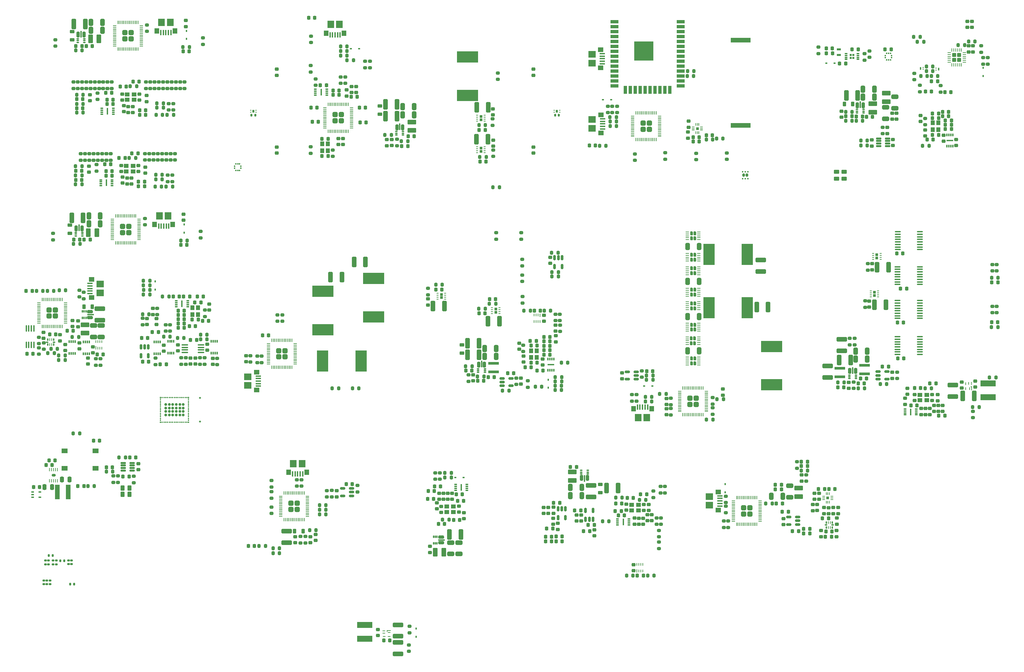
<source format=gtp>
G04 #@! TF.GenerationSoftware,KiCad,Pcbnew,(6.0.7)*
G04 #@! TF.CreationDate,2022-10-27T13:12:58+02:00*
G04 #@! TF.ProjectId,stencil,7374656e-6369-46c2-9e6b-696361645f70,rev?*
G04 #@! TF.SameCoordinates,Original*
G04 #@! TF.FileFunction,Paste,Top*
G04 #@! TF.FilePolarity,Positive*
%FSLAX46Y46*%
G04 Gerber Fmt 4.6, Leading zero omitted, Abs format (unit mm)*
G04 Created by KiCad (PCBNEW (6.0.7)) date 2022-10-27 13:12:58*
%MOMM*%
%LPD*%
G01*
G04 APERTURE LIST*
G04 Aperture macros list*
%AMRoundRect*
0 Rectangle with rounded corners*
0 $1 Rounding radius*
0 $2 $3 $4 $5 $6 $7 $8 $9 X,Y pos of 4 corners*
0 Add a 4 corners polygon primitive as box body*
4,1,4,$2,$3,$4,$5,$6,$7,$8,$9,$2,$3,0*
0 Add four circle primitives for the rounded corners*
1,1,$1+$1,$2,$3*
1,1,$1+$1,$4,$5*
1,1,$1+$1,$6,$7*
1,1,$1+$1,$8,$9*
0 Add four rect primitives between the rounded corners*
20,1,$1+$1,$2,$3,$4,$5,0*
20,1,$1+$1,$4,$5,$6,$7,0*
20,1,$1+$1,$6,$7,$8,$9,0*
20,1,$1+$1,$8,$9,$2,$3,0*%
G04 Aperture macros list end*
%ADD10C,0.100000*%
%ADD11RoundRect,0.140000X-0.140000X-0.170000X0.140000X-0.170000X0.140000X0.170000X-0.140000X0.170000X0*%
%ADD12RoundRect,0.250000X-0.850000X0.375000X-0.850000X-0.375000X0.850000X-0.375000X0.850000X0.375000X0*%
%ADD13RoundRect,0.225000X0.250000X-0.225000X0.250000X0.225000X-0.250000X0.225000X-0.250000X-0.225000X0*%
%ADD14RoundRect,0.200000X0.275000X-0.200000X0.275000X0.200000X-0.275000X0.200000X-0.275000X-0.200000X0*%
%ADD15RoundRect,0.225000X0.225000X0.250000X-0.225000X0.250000X-0.225000X-0.250000X0.225000X-0.250000X0*%
%ADD16RoundRect,0.200000X-0.275000X0.200000X-0.275000X-0.200000X0.275000X-0.200000X0.275000X0.200000X0*%
%ADD17RoundRect,0.200000X-0.200000X-0.275000X0.200000X-0.275000X0.200000X0.275000X-0.200000X0.275000X0*%
%ADD18R,0.750000X0.650000*%
%ADD19R,0.500000X0.250000*%
%ADD20RoundRect,0.200000X0.200000X0.275000X-0.200000X0.275000X-0.200000X-0.275000X0.200000X-0.275000X0*%
%ADD21RoundRect,0.225000X-0.225000X-0.250000X0.225000X-0.250000X0.225000X0.250000X-0.225000X0.250000X0*%
%ADD22RoundRect,0.250000X0.325000X0.650000X-0.325000X0.650000X-0.325000X-0.650000X0.325000X-0.650000X0*%
%ADD23RoundRect,0.225000X-0.250000X0.225000X-0.250000X-0.225000X0.250000X-0.225000X0.250000X0.225000X0*%
%ADD24R,0.300000X0.750000*%
%ADD25R,1.700000X0.300000*%
%ADD26RoundRect,0.150000X0.512500X0.150000X-0.512500X0.150000X-0.512500X-0.150000X0.512500X-0.150000X0*%
%ADD27RoundRect,0.250000X1.100000X-0.325000X1.100000X0.325000X-1.100000X0.325000X-1.100000X-0.325000X0*%
%ADD28R,0.300000X0.800000*%
%ADD29R,0.450000X0.600000*%
%ADD30R,0.600000X0.450000*%
%ADD31RoundRect,0.218750X0.218750X0.256250X-0.218750X0.256250X-0.218750X-0.256250X0.218750X-0.256250X0*%
%ADD32RoundRect,0.249999X0.395001X0.395001X-0.395001X0.395001X-0.395001X-0.395001X0.395001X-0.395001X0*%
%ADD33RoundRect,0.050000X0.387500X0.050000X-0.387500X0.050000X-0.387500X-0.050000X0.387500X-0.050000X0*%
%ADD34RoundRect,0.050000X0.050000X0.387500X-0.050000X0.387500X-0.050000X-0.387500X0.050000X-0.387500X0*%
%ADD35R,0.330200X0.304800*%
%ADD36R,0.304800X0.330200*%
%ADD37R,4.000000X1.500000*%
%ADD38RoundRect,0.250000X-0.650000X0.325000X-0.650000X-0.325000X0.650000X-0.325000X0.650000X0.325000X0*%
%ADD39RoundRect,0.050000X-0.250000X-0.050000X0.250000X-0.050000X0.250000X0.050000X-0.250000X0.050000X0*%
%ADD40RoundRect,0.050000X-0.300000X-0.050000X0.300000X-0.050000X0.300000X0.050000X-0.300000X0.050000X0*%
%ADD41RoundRect,0.200000X-0.525000X0.200000X-0.525000X-0.200000X0.525000X-0.200000X0.525000X0.200000X0*%
%ADD42RoundRect,0.075000X-0.075000X0.225000X-0.075000X-0.225000X0.075000X-0.225000X0.075000X0.225000X0*%
%ADD43RoundRect,0.075000X-0.787500X0.075000X-0.787500X-0.075000X0.787500X-0.075000X0.787500X0.075000X0*%
%ADD44RoundRect,0.218750X-0.256250X0.218750X-0.256250X-0.218750X0.256250X-0.218750X0.256250X0.218750X0*%
%ADD45RoundRect,0.218750X-0.381250X0.218750X-0.381250X-0.218750X0.381250X-0.218750X0.381250X0.218750X0*%
%ADD46RoundRect,0.172500X0.172500X0.332500X-0.172500X0.332500X-0.172500X-0.332500X0.172500X-0.332500X0*%
%ADD47RoundRect,0.062500X0.350000X0.062500X-0.350000X0.062500X-0.350000X-0.062500X0.350000X-0.062500X0*%
%ADD48RoundRect,0.250000X-0.325000X-0.650000X0.325000X-0.650000X0.325000X0.650000X-0.325000X0.650000X0*%
%ADD49RoundRect,0.140000X-0.170000X0.140000X-0.170000X-0.140000X0.170000X-0.140000X0.170000X0.140000X0*%
%ADD50RoundRect,0.250000X0.325000X1.100000X-0.325000X1.100000X-0.325000X-1.100000X0.325000X-1.100000X0*%
%ADD51R,5.080000X1.270000*%
%ADD52R,2.700000X0.800000*%
%ADD53RoundRect,0.125000X0.537500X0.125000X-0.537500X0.125000X-0.537500X-0.125000X0.537500X-0.125000X0*%
%ADD54R,0.750000X0.300000*%
%ADD55R,0.300000X1.700000*%
%ADD56RoundRect,0.218750X0.381250X-0.218750X0.381250X0.218750X-0.381250X0.218750X-0.381250X-0.218750X0*%
%ADD57R,1.000000X1.150000*%
%ADD58R,0.650000X0.400000*%
%ADD59RoundRect,0.250000X-1.100000X0.325000X-1.100000X-0.325000X1.100000X-0.325000X1.100000X0.325000X0*%
%ADD60RoundRect,0.100000X0.637500X0.100000X-0.637500X0.100000X-0.637500X-0.100000X0.637500X-0.100000X0*%
%ADD61RoundRect,0.250000X0.275000X0.275000X-0.275000X0.275000X-0.275000X-0.275000X0.275000X-0.275000X0*%
%ADD62RoundRect,0.062500X0.062500X0.350000X-0.062500X0.350000X-0.062500X-0.350000X0.062500X-0.350000X0*%
%ADD63R,1.400000X0.400000*%
%ADD64R,1.450000X1.150000*%
%ADD65R,1.900000X1.750000*%
%ADD66RoundRect,0.200000X0.200000X0.525000X-0.200000X0.525000X-0.200000X-0.525000X0.200000X-0.525000X0*%
%ADD67RoundRect,0.075000X0.225000X0.075000X-0.225000X0.075000X-0.225000X-0.075000X0.225000X-0.075000X0*%
%ADD68RoundRect,0.075000X0.075000X0.787500X-0.075000X0.787500X-0.075000X-0.787500X0.075000X-0.787500X0*%
%ADD69RoundRect,0.250000X-0.325000X-1.100000X0.325000X-1.100000X0.325000X1.100000X-0.325000X1.100000X0*%
%ADD70RoundRect,0.218750X0.256250X-0.218750X0.256250X0.218750X-0.256250X0.218750X-0.256250X-0.218750X0*%
%ADD71RoundRect,0.250000X-0.375000X-0.850000X0.375000X-0.850000X0.375000X0.850000X-0.375000X0.850000X0*%
%ADD72RoundRect,0.135000X0.135000X0.185000X-0.135000X0.185000X-0.135000X-0.185000X0.135000X-0.185000X0*%
%ADD73RoundRect,0.250000X0.650000X-0.325000X0.650000X0.325000X-0.650000X0.325000X-0.650000X-0.325000X0*%
%ADD74R,0.500000X0.600000*%
%ADD75R,2.900000X5.400000*%
%ADD76RoundRect,0.249999X-0.395001X-0.395001X0.395001X-0.395001X0.395001X0.395001X-0.395001X0.395001X0*%
%ADD77RoundRect,0.050000X-0.387500X-0.050000X0.387500X-0.050000X0.387500X0.050000X-0.387500X0.050000X0*%
%ADD78RoundRect,0.050000X-0.050000X-0.387500X0.050000X-0.387500X0.050000X0.387500X-0.050000X0.387500X0*%
%ADD79RoundRect,0.200000X-0.200000X-0.525000X0.200000X-0.525000X0.200000X0.525000X-0.200000X0.525000X0*%
%ADD80RoundRect,0.075000X-0.225000X-0.075000X0.225000X-0.075000X0.225000X0.075000X-0.225000X0.075000X0*%
%ADD81RoundRect,0.075000X-0.075000X-0.787500X0.075000X-0.787500X0.075000X0.787500X-0.075000X0.787500X0*%
%ADD82RoundRect,0.150000X-0.512500X-0.150000X0.512500X-0.150000X0.512500X0.150000X-0.512500X0.150000X0*%
%ADD83R,1.150000X1.000000*%
%ADD84RoundRect,0.150000X-0.150000X0.512500X-0.150000X-0.512500X0.150000X-0.512500X0.150000X0.512500X0*%
%ADD85RoundRect,0.218750X0.218750X0.381250X-0.218750X0.381250X-0.218750X-0.381250X0.218750X-0.381250X0*%
%ADD86RoundRect,0.218750X-0.218750X-0.256250X0.218750X-0.256250X0.218750X0.256250X-0.218750X0.256250X0*%
%ADD87RoundRect,0.140000X0.170000X-0.140000X0.170000X0.140000X-0.170000X0.140000X-0.170000X-0.140000X0*%
%ADD88RoundRect,0.250000X0.450000X-0.262500X0.450000X0.262500X-0.450000X0.262500X-0.450000X-0.262500X0*%
%ADD89RoundRect,0.250000X0.850000X-0.375000X0.850000X0.375000X-0.850000X0.375000X-0.850000X-0.375000X0*%
%ADD90R,5.400000X2.900000*%
%ADD91O,0.200000X0.700000*%
%ADD92O,0.700000X0.200000*%
%ADD93R,0.800000X0.800000*%
%ADD94R,0.400000X1.400000*%
%ADD95R,1.150000X1.450000*%
%ADD96R,1.750000X1.900000*%
%ADD97R,1.200000X3.700000*%
%ADD98RoundRect,0.062500X-0.062500X0.237500X-0.062500X-0.237500X0.062500X-0.237500X0.062500X0.237500X0*%
%ADD99RoundRect,0.087500X-0.212500X0.087500X-0.212500X-0.087500X0.212500X-0.087500X0.212500X0.087500X0*%
%ADD100RoundRect,0.100000X0.100000X-0.712500X0.100000X0.712500X-0.100000X0.712500X-0.100000X-0.712500X0*%
%ADD101RoundRect,0.055000X-0.145000X-0.055000X0.145000X-0.055000X0.145000X0.055000X-0.145000X0.055000X0*%
%ADD102RoundRect,0.137500X-0.137500X-0.237500X0.137500X-0.237500X0.137500X0.237500X-0.137500X0.237500X0*%
%ADD103RoundRect,0.100000X-0.712500X-0.100000X0.712500X-0.100000X0.712500X0.100000X-0.712500X0.100000X0*%
%ADD104RoundRect,0.075000X0.075000X-0.225000X0.075000X0.225000X-0.075000X0.225000X-0.075000X-0.225000X0*%
%ADD105RoundRect,0.062500X0.062500X-0.237500X0.062500X0.237500X-0.062500X0.237500X-0.062500X-0.237500X0*%
%ADD106RoundRect,0.087500X0.212500X-0.087500X0.212500X0.087500X-0.212500X0.087500X-0.212500X-0.087500X0*%
%ADD107RoundRect,0.050000X-0.050000X0.250000X-0.050000X-0.250000X0.050000X-0.250000X0.050000X0.250000X0*%
%ADD108RoundRect,0.050000X-0.050000X0.300000X-0.050000X-0.300000X0.050000X-0.300000X0.050000X0.300000X0*%
%ADD109R,2.000000X0.900000*%
%ADD110R,0.900000X2.000000*%
%ADD111R,5.000000X5.000000*%
%ADD112RoundRect,0.062500X0.062500X-0.337500X0.062500X0.337500X-0.062500X0.337500X-0.062500X-0.337500X0*%
%ADD113RoundRect,0.062500X0.062500X-0.287500X0.062500X0.287500X-0.062500X0.287500X-0.062500X-0.287500X0*%
%ADD114RoundRect,0.249999X0.395001X-0.395001X0.395001X0.395001X-0.395001X0.395001X-0.395001X-0.395001X0*%
%ADD115RoundRect,0.050000X0.050000X-0.387500X0.050000X0.387500X-0.050000X0.387500X-0.050000X-0.387500X0*%
%ADD116RoundRect,0.050000X0.387500X-0.050000X0.387500X0.050000X-0.387500X0.050000X-0.387500X-0.050000X0*%
%ADD117RoundRect,0.250000X-0.262500X-0.450000X0.262500X-0.450000X0.262500X0.450000X-0.262500X0.450000X0*%
%ADD118RoundRect,0.250000X0.250000X0.475000X-0.250000X0.475000X-0.250000X-0.475000X0.250000X-0.475000X0*%
%ADD119RoundRect,0.087500X-0.087500X0.087500X-0.087500X-0.087500X0.087500X-0.087500X0.087500X0.087500X0*%
%ADD120RoundRect,0.075000X-0.075000X0.100000X-0.075000X-0.100000X0.075000X-0.100000X0.075000X0.100000X0*%
%ADD121RoundRect,0.075000X-0.100000X-0.075000X0.100000X-0.075000X0.100000X0.075000X-0.100000X0.075000X0*%
%ADD122RoundRect,0.075000X0.075000X-0.100000X0.075000X0.100000X-0.075000X0.100000X-0.075000X-0.100000X0*%
%ADD123RoundRect,0.075000X0.100000X0.075000X-0.100000X0.075000X-0.100000X-0.075000X0.100000X-0.075000X0*%
%ADD124RoundRect,0.150000X0.150000X0.150000X-0.150000X0.150000X-0.150000X-0.150000X0.150000X-0.150000X0*%
%ADD125RoundRect,0.107500X0.107500X0.107500X-0.107500X0.107500X-0.107500X-0.107500X0.107500X-0.107500X0*%
%ADD126RoundRect,0.249999X-0.395001X0.395001X-0.395001X-0.395001X0.395001X-0.395001X0.395001X0.395001X0*%
%ADD127RoundRect,0.050000X-0.050000X0.387500X-0.050000X-0.387500X0.050000X-0.387500X0.050000X0.387500X0*%
%ADD128RoundRect,0.050000X-0.387500X0.050000X-0.387500X-0.050000X0.387500X-0.050000X0.387500X0.050000X0*%
%ADD129R,1.550000X1.300000*%
%ADD130RoundRect,0.140000X0.140000X0.170000X-0.140000X0.170000X-0.140000X-0.170000X0.140000X-0.170000X0*%
%ADD131RoundRect,0.062500X-0.062500X0.337500X-0.062500X-0.337500X0.062500X-0.337500X0.062500X0.337500X0*%
%ADD132RoundRect,0.062500X-0.062500X0.287500X-0.062500X-0.287500X0.062500X-0.287500X0.062500X0.287500X0*%
%ADD133RoundRect,0.062500X-0.062500X0.350000X-0.062500X-0.350000X0.062500X-0.350000X0.062500X0.350000X0*%
%ADD134RoundRect,0.155000X-0.335000X0.155000X-0.335000X-0.155000X0.335000X-0.155000X0.335000X0.155000X0*%
%ADD135R,0.400000X0.250000*%
%ADD136R,0.400000X0.700000*%
%ADD137RoundRect,0.147500X-0.147500X-0.172500X0.147500X-0.172500X0.147500X0.172500X-0.147500X0.172500X0*%
%ADD138RoundRect,0.150000X0.150000X-0.512500X0.150000X0.512500X-0.150000X0.512500X-0.150000X-0.512500X0*%
%ADD139RoundRect,0.160000X-0.160000X0.245000X-0.160000X-0.245000X0.160000X-0.245000X0.160000X0.245000X0*%
%ADD140RoundRect,0.093750X-0.106250X0.093750X-0.106250X-0.093750X0.106250X-0.093750X0.106250X0.093750X0*%
%ADD141R,1.100000X0.600000*%
G04 APERTURE END LIST*
D10*
X163880310Y-212777000D02*
X164480310Y-212777000D01*
X165855310Y-212802000D02*
X164955310Y-212802000D01*
X164955310Y-212702000D02*
X165855310Y-212702000D01*
X164480310Y-212877000D02*
X163880310Y-212877000D01*
X164480310Y-212777000D02*
X164480310Y-212877000D01*
X164955310Y-213002000D02*
X164955310Y-212702000D01*
X165055310Y-212702000D02*
X165055310Y-213002000D01*
X165055310Y-213002000D02*
X164955310Y-213002000D01*
X165855310Y-212702000D02*
X165855310Y-212802000D01*
X163880310Y-212877000D02*
X163880310Y-212777000D01*
X315101310Y-148860000D02*
X315201310Y-148860000D01*
X315201310Y-149460000D02*
X315101310Y-149460000D01*
X315201310Y-148860000D02*
X315201310Y-149460000D01*
X315101310Y-149460000D02*
X315101310Y-148860000D01*
X314976310Y-150035000D02*
X314976310Y-149935000D01*
X315276310Y-149935000D02*
X315276310Y-150835000D01*
X315176310Y-150835000D02*
X315176310Y-149935000D01*
X315276310Y-150035000D02*
X314976310Y-150035000D01*
X315276310Y-150835000D02*
X315176310Y-150835000D01*
X314976310Y-149935000D02*
X315276310Y-149935000D01*
D11*
X130189778Y-80148468D03*
X131149778Y-80148468D03*
D12*
X87383810Y-134085000D03*
X87383810Y-136235000D03*
D13*
X304501310Y-157185000D03*
X304501310Y-155635000D03*
D14*
X319401310Y-67045000D03*
X319401310Y-65395000D03*
D15*
X309351310Y-79320000D03*
X307801310Y-79320000D03*
D16*
X87701310Y-71635000D03*
X87701310Y-73285000D03*
X94651310Y-172985000D03*
X94651310Y-174635000D03*
X95851310Y-172985000D03*
X95851310Y-174635000D03*
D17*
X85251310Y-77260000D03*
X86901310Y-77260000D03*
D18*
X290251310Y-125760000D03*
X290251310Y-126560000D03*
D19*
X289301310Y-125410000D03*
X289301310Y-125910000D03*
X289301310Y-126410000D03*
X289301310Y-126910000D03*
X291201310Y-126910000D03*
X291201310Y-126410000D03*
X291201310Y-125910000D03*
X291201310Y-125410000D03*
D13*
X276070000Y-179007500D03*
X276070000Y-177457500D03*
D20*
X243895000Y-68820000D03*
X242245000Y-68820000D03*
D21*
X188301310Y-148512500D03*
X189851310Y-148512500D03*
D22*
X245246310Y-140810000D03*
X242296310Y-140810000D03*
D16*
X108277560Y-90045000D03*
X108277560Y-91695000D03*
X170801310Y-211665000D03*
X170801310Y-213315000D03*
D17*
X188251310Y-147362500D03*
X189901310Y-147362500D03*
D21*
X281326310Y-66870000D03*
X282876310Y-66870000D03*
D16*
X85983810Y-125235000D03*
X85983810Y-126885000D03*
D14*
X248671310Y-157135000D03*
X248671310Y-155485000D03*
D18*
X189137278Y-89448468D03*
X189137278Y-88648468D03*
D19*
X190087278Y-89798468D03*
X190087278Y-89298468D03*
X190087278Y-88798468D03*
X190087278Y-88298468D03*
X188187278Y-88298468D03*
X188187278Y-88798468D03*
X188187278Y-89298468D03*
X188187278Y-89798468D03*
D23*
X308076310Y-85345000D03*
X308076310Y-86895000D03*
D17*
X209801310Y-143862500D03*
X211451310Y-143862500D03*
D24*
X206401310Y-145812500D03*
X206901310Y-145812500D03*
X207401310Y-145812500D03*
X207901310Y-145812500D03*
X207901310Y-142912500D03*
X207401310Y-142912500D03*
X206901310Y-142912500D03*
X206401310Y-142912500D03*
D25*
X207151310Y-144362500D03*
D26*
X155872560Y-178095000D03*
X155872560Y-177145000D03*
X155872560Y-176195000D03*
X153597560Y-176195000D03*
X153597560Y-178095000D03*
D27*
X91183810Y-132935000D03*
X91183810Y-129985000D03*
D28*
X83380238Y-141485000D03*
X83880238Y-141485000D03*
X84380238Y-141485000D03*
X84880238Y-141485000D03*
X84880238Y-138385000D03*
X84380238Y-138385000D03*
X83880238Y-138385000D03*
X83380238Y-138385000D03*
D29*
X112927560Y-108260000D03*
X112927560Y-110360000D03*
D17*
X185201310Y-144762500D03*
X186851310Y-144762500D03*
D15*
X86552560Y-94470000D03*
X85002560Y-94470000D03*
D30*
X233221310Y-149860000D03*
X231121310Y-149860000D03*
D16*
X235361310Y-183795000D03*
X235361310Y-185445000D03*
D15*
X197551310Y-146562500D03*
X196001310Y-146562500D03*
D17*
X194701310Y-151062500D03*
X196351310Y-151062500D03*
D20*
X110176310Y-80110000D03*
X108526310Y-80110000D03*
D31*
X210023810Y-189820000D03*
X208448810Y-189820000D03*
D13*
X229736310Y-185420000D03*
X229736310Y-183870000D03*
D32*
X244421310Y-154610000D03*
X242821310Y-153010000D03*
X242821310Y-154610000D03*
X244421310Y-153010000D03*
D33*
X247058810Y-156410000D03*
X247058810Y-156010000D03*
X247058810Y-155610000D03*
X247058810Y-155210000D03*
X247058810Y-154810000D03*
X247058810Y-154410000D03*
X247058810Y-154010000D03*
X247058810Y-153610000D03*
X247058810Y-153210000D03*
X247058810Y-152810000D03*
X247058810Y-152410000D03*
X247058810Y-152010000D03*
X247058810Y-151610000D03*
X247058810Y-151210000D03*
D34*
X246221310Y-150372500D03*
X245821310Y-150372500D03*
X245421310Y-150372500D03*
X245021310Y-150372500D03*
X244621310Y-150372500D03*
X244221310Y-150372500D03*
X243821310Y-150372500D03*
X243421310Y-150372500D03*
X243021310Y-150372500D03*
X242621310Y-150372500D03*
X242221310Y-150372500D03*
X241821310Y-150372500D03*
X241421310Y-150372500D03*
X241021310Y-150372500D03*
D33*
X240183810Y-151210000D03*
X240183810Y-151610000D03*
X240183810Y-152010000D03*
X240183810Y-152410000D03*
X240183810Y-152810000D03*
X240183810Y-153210000D03*
X240183810Y-153610000D03*
X240183810Y-154010000D03*
X240183810Y-154410000D03*
X240183810Y-154810000D03*
X240183810Y-155210000D03*
X240183810Y-155610000D03*
X240183810Y-156010000D03*
X240183810Y-156410000D03*
D34*
X241021310Y-157247500D03*
X241421310Y-157247500D03*
X241821310Y-157247500D03*
X242221310Y-157247500D03*
X242621310Y-157247500D03*
X243021310Y-157247500D03*
X243421310Y-157247500D03*
X243821310Y-157247500D03*
X244221310Y-157247500D03*
X244621310Y-157247500D03*
X245021310Y-157247500D03*
X245421310Y-157247500D03*
X245821310Y-157247500D03*
X246221310Y-157247500D03*
D16*
X112951310Y-71635000D03*
X112951310Y-73285000D03*
D15*
X119178933Y-133060000D03*
X117628933Y-133060000D03*
D17*
X208251310Y-148662500D03*
X209901310Y-148662500D03*
D14*
X145369778Y-89973468D03*
X145369778Y-88323468D03*
D35*
X125815509Y-93319037D03*
X125815509Y-93819163D03*
D36*
X126150284Y-94404001D03*
X126650410Y-94404001D03*
X127150536Y-94404001D03*
D35*
X127485311Y-93819163D03*
X127485311Y-93319037D03*
D36*
X127150536Y-92734199D03*
X126650410Y-92734199D03*
X126150284Y-92734199D03*
D17*
X208201310Y-150912500D03*
X209851310Y-150912500D03*
D15*
X206876310Y-141812500D03*
X205326310Y-141812500D03*
D28*
X110207505Y-138313572D03*
X109707505Y-138313572D03*
X109207505Y-138313572D03*
X108707505Y-138313572D03*
X108707505Y-141413572D03*
X109207505Y-141413572D03*
X109707505Y-141413572D03*
X110207505Y-141413572D03*
D14*
X145369778Y-69073468D03*
X145369778Y-67423468D03*
D16*
X320601310Y-129335000D03*
X320601310Y-130985000D03*
X160669778Y-66323468D03*
X160669778Y-67973468D03*
D37*
X159301310Y-214890000D03*
X159301310Y-211290000D03*
D38*
X89583810Y-134285000D03*
X89583810Y-137235000D03*
D14*
X109827560Y-97245000D03*
X109827560Y-95595000D03*
D16*
X208276310Y-131387500D03*
X208276310Y-133037500D03*
D21*
X111353933Y-130460000D03*
X112903933Y-130460000D03*
D15*
X190444778Y-92148468D03*
X188894778Y-92148468D03*
D20*
X207051310Y-130462500D03*
X205401310Y-130462500D03*
D39*
X164230310Y-213477000D03*
D40*
X164280310Y-214277000D03*
D39*
X165530310Y-214277000D03*
X165530310Y-213252000D03*
D21*
X112606310Y-63760000D03*
X114156310Y-63760000D03*
D20*
X190251310Y-129962500D03*
X188601310Y-129962500D03*
D17*
X85251310Y-74910000D03*
X86901310Y-74910000D03*
D15*
X306751310Y-85220000D03*
X305201310Y-85220000D03*
D41*
X178898810Y-188700000D03*
D42*
X177848810Y-188600000D03*
X177398810Y-188600000D03*
X176948810Y-188600000D03*
X176948810Y-190300000D03*
X177398810Y-190300000D03*
X177848810Y-190300000D03*
D41*
X178898810Y-190200000D03*
D43*
X179036310Y-189450000D03*
D21*
X182136310Y-184300000D03*
X183686310Y-184300000D03*
D16*
X107451310Y-71635000D03*
X107451310Y-73285000D03*
D44*
X295901310Y-79632500D03*
X295901310Y-81207500D03*
D45*
X83527560Y-108447500D03*
X83527560Y-110572500D03*
D23*
X205261310Y-181107500D03*
X205261310Y-182657500D03*
D15*
X273045000Y-170470000D03*
X271495000Y-170470000D03*
D23*
X206926310Y-116750000D03*
X206926310Y-118300000D03*
D16*
X86601310Y-71635000D03*
X86601310Y-73285000D03*
X192269778Y-89123468D03*
X192269778Y-90773468D03*
D20*
X82408810Y-125260000D03*
X80758810Y-125260000D03*
D21*
X151144778Y-74948468D03*
X152694778Y-74948468D03*
D44*
X251321310Y-150622500D03*
X251321310Y-152197500D03*
D16*
X102777560Y-90045000D03*
X102777560Y-91695000D03*
D18*
X178976310Y-127112500D03*
X178976310Y-126312500D03*
D19*
X178026310Y-125962500D03*
X178026310Y-126462500D03*
X178026310Y-126962500D03*
X178026310Y-127462500D03*
X179926310Y-127462500D03*
X179926310Y-126962500D03*
X179926310Y-126462500D03*
X179926310Y-125962500D03*
D17*
X102428933Y-123960000D03*
X104078933Y-123960000D03*
D13*
X306701310Y-156385000D03*
X306701310Y-154835000D03*
D46*
X244096310Y-128585000D03*
X243246310Y-129835000D03*
X243246310Y-128585000D03*
X244096310Y-129835000D03*
D47*
X245133810Y-130210000D03*
X245133810Y-129710000D03*
X245133810Y-129210000D03*
X245133810Y-128710000D03*
X245133810Y-128210000D03*
X242208810Y-128210000D03*
X242208810Y-128710000D03*
X242208810Y-129210000D03*
X242208810Y-129710000D03*
X242208810Y-130210000D03*
D15*
X309351310Y-80420000D03*
X307801310Y-80420000D03*
D13*
X226536310Y-181795000D03*
X226536310Y-180245000D03*
D23*
X152469778Y-86173468D03*
X152469778Y-87723468D03*
D20*
X193894778Y-98748468D03*
X192244778Y-98748468D03*
D22*
X245246310Y-131960000D03*
X242296310Y-131960000D03*
D20*
X243795000Y-70120000D03*
X242145000Y-70120000D03*
X109902560Y-98520000D03*
X108252560Y-98520000D03*
D48*
X190101310Y-142212500D03*
X193051310Y-142212500D03*
D16*
X227971310Y-152085000D03*
X227971310Y-153735000D03*
D23*
X85930238Y-138760000D03*
X85930238Y-140310000D03*
D16*
X193469778Y-69323468D03*
X193469778Y-70973468D03*
D49*
X78011310Y-194762038D03*
X78011310Y-195722038D03*
D50*
X284126310Y-143160000D03*
X281176310Y-143160000D03*
D15*
X79726310Y-169010000D03*
X78176310Y-169010000D03*
D17*
X177551310Y-123762500D03*
X179201310Y-123762500D03*
D13*
X305601310Y-156385000D03*
X305601310Y-154835000D03*
D17*
X207301310Y-115525000D03*
X208951310Y-115525000D03*
D50*
X188651310Y-138862500D03*
X185701310Y-138862500D03*
D17*
X112002560Y-112460000D03*
X113652560Y-112460000D03*
D20*
X86901310Y-79510000D03*
X85251310Y-79510000D03*
D21*
X278595000Y-176332500D03*
X280145000Y-176332500D03*
D14*
X296101310Y-147935000D03*
X296101310Y-146285000D03*
D51*
X255870000Y-82805000D03*
X255870000Y-60835000D03*
D13*
X101151310Y-171385000D03*
X101151310Y-169835000D03*
D21*
X116253933Y-126860000D03*
X117803933Y-126860000D03*
D52*
X281401310Y-147510000D03*
X281401310Y-145310000D03*
D53*
X293638810Y-88095000D03*
X293638810Y-87445000D03*
X293638810Y-86795000D03*
X293638810Y-86145000D03*
X291363810Y-86145000D03*
X291363810Y-86795000D03*
X291363810Y-87445000D03*
X291363810Y-88095000D03*
D13*
X298701310Y-151985000D03*
X298701310Y-150435000D03*
D20*
X316126310Y-61220000D03*
X314476310Y-61220000D03*
D15*
X94276310Y-74410000D03*
X92726310Y-74410000D03*
D13*
X97077560Y-97645000D03*
X97077560Y-96095000D03*
D54*
X146619778Y-73498468D03*
X146619778Y-73998468D03*
X146619778Y-74498468D03*
X146619778Y-74998468D03*
X149519778Y-74998468D03*
X149519778Y-74498468D03*
X149519778Y-73998468D03*
X149519778Y-73498468D03*
D55*
X148069778Y-74248468D03*
D14*
X193026310Y-112087500D03*
X193026310Y-110437500D03*
D23*
X180611310Y-177425000D03*
X180611310Y-178975000D03*
D46*
X244096310Y-120835000D03*
X243246310Y-119585000D03*
X244096310Y-119585000D03*
X243246310Y-120835000D03*
D47*
X245133810Y-121210000D03*
X245133810Y-120710000D03*
X245133810Y-120210000D03*
X245133810Y-119710000D03*
X245133810Y-119210000D03*
X242208810Y-119210000D03*
X242208810Y-119710000D03*
X242208810Y-120210000D03*
X242208810Y-120710000D03*
X242208810Y-121210000D03*
D12*
X270812500Y-176145000D03*
X270812500Y-178295000D03*
D20*
X287726310Y-150410000D03*
X286076310Y-150410000D03*
D13*
X105803933Y-134035000D03*
X105803933Y-132485000D03*
D29*
X105403933Y-122910000D03*
X105403933Y-125010000D03*
D21*
X111353933Y-133760000D03*
X112903933Y-133760000D03*
D17*
X77858810Y-141360000D03*
X79508810Y-141360000D03*
D14*
X224140000Y-79500000D03*
X224140000Y-77850000D03*
D56*
X219811310Y-177282500D03*
X219811310Y-175157500D03*
D44*
X113281310Y-55822500D03*
X113281310Y-57397500D03*
D15*
X305351310Y-86420000D03*
X303801310Y-86420000D03*
X86606310Y-62360000D03*
X85056310Y-62360000D03*
D31*
X146457278Y-55148468D03*
X144882278Y-55148468D03*
D57*
X115028933Y-129710000D03*
X115028933Y-131460000D03*
X116428933Y-131460000D03*
X116428933Y-129710000D03*
D23*
X184811310Y-182425000D03*
X184811310Y-183975000D03*
D14*
X288987024Y-65295000D03*
X288987024Y-63645000D03*
D15*
X116078933Y-138035000D03*
X114528933Y-138035000D03*
D13*
X98227560Y-97895000D03*
X98227560Y-96345000D03*
D20*
X170369778Y-86898468D03*
X168719778Y-86898468D03*
D31*
X106291433Y-135960000D03*
X104716433Y-135960000D03*
D21*
X99726310Y-71560000D03*
X101276310Y-71560000D03*
D58*
X73901310Y-177160000D03*
X73901310Y-177810000D03*
X73901310Y-178460000D03*
X75801310Y-178460000D03*
X75801310Y-177160000D03*
D44*
X274470000Y-180332500D03*
X274470000Y-181907500D03*
D20*
X118728933Y-136660000D03*
X117078933Y-136660000D03*
D59*
X167801310Y-215790000D03*
X167801310Y-218740000D03*
D23*
X88183810Y-142635000D03*
X88183810Y-144185000D03*
D16*
X252070000Y-180795000D03*
X252070000Y-182445000D03*
D23*
X82330238Y-139160000D03*
X82330238Y-140710000D03*
D60*
X301913810Y-132435000D03*
X301913810Y-131785000D03*
X301913810Y-131135000D03*
X301913810Y-130485000D03*
X301913810Y-129835000D03*
X301913810Y-129185000D03*
X301913810Y-128535000D03*
X301913810Y-127885000D03*
X296188810Y-127885000D03*
X296188810Y-128535000D03*
X296188810Y-129185000D03*
X296188810Y-129835000D03*
X296188810Y-130485000D03*
X296188810Y-131135000D03*
X296188810Y-131785000D03*
X296188810Y-132435000D03*
D44*
X112727560Y-105622500D03*
X112727560Y-107197500D03*
D61*
X312051310Y-65970000D03*
X310751310Y-65970000D03*
X312051310Y-64670000D03*
X310751310Y-64670000D03*
D47*
X313338810Y-66570000D03*
X313338810Y-66070000D03*
X313338810Y-65570000D03*
X313338810Y-65070000D03*
X313338810Y-64570000D03*
X313338810Y-64070000D03*
D62*
X312651310Y-63382500D03*
X312151310Y-63382500D03*
X311651310Y-63382500D03*
X311151310Y-63382500D03*
X310651310Y-63382500D03*
X310151310Y-63382500D03*
D47*
X309463810Y-64070000D03*
X309463810Y-64570000D03*
X309463810Y-65070000D03*
X309463810Y-65570000D03*
X309463810Y-66070000D03*
X309463810Y-66570000D03*
D62*
X310151310Y-67257500D03*
X310651310Y-67257500D03*
X311151310Y-67257500D03*
X311651310Y-67257500D03*
X312151310Y-67257500D03*
X312651310Y-67257500D03*
D15*
X88727560Y-112160000D03*
X87177560Y-112160000D03*
D17*
X84977560Y-93320000D03*
X86627560Y-93320000D03*
D16*
X91827560Y-90095000D03*
X91827560Y-91745000D03*
X275887024Y-62670000D03*
X275887024Y-64320000D03*
D21*
X148294778Y-86248468D03*
X149844778Y-86248468D03*
D16*
X229121310Y-152085000D03*
X229121310Y-153735000D03*
D23*
X89433810Y-139785000D03*
X89433810Y-141335000D03*
D13*
X178911310Y-182375000D03*
X178911310Y-180825000D03*
D28*
X88480238Y-138485000D03*
X87980238Y-138485000D03*
X87480238Y-138485000D03*
X86980238Y-138485000D03*
X86980238Y-141585000D03*
X87480238Y-141585000D03*
X87980238Y-141585000D03*
X88480238Y-141585000D03*
D63*
X131916310Y-147287500D03*
X131916310Y-147937500D03*
X131916310Y-148587500D03*
X131916310Y-149237500D03*
X131916310Y-149887500D03*
D64*
X131496310Y-150907500D03*
D65*
X129266310Y-149712500D03*
D64*
X131496310Y-146267500D03*
D65*
X129266310Y-147462500D03*
D16*
X141851310Y-173975000D03*
X141851310Y-175625000D03*
X109377560Y-90045000D03*
X109377560Y-91695000D03*
X87083810Y-125735000D03*
X87083810Y-127385000D03*
D20*
X157791310Y-150412500D03*
X156141310Y-150412500D03*
D13*
X233061310Y-184495000D03*
X233061310Y-182945000D03*
D14*
X270370000Y-170995000D03*
X270370000Y-169345000D03*
D17*
X222345000Y-81820000D03*
X223995000Y-81820000D03*
D50*
X262946310Y-129510000D03*
X259996310Y-129510000D03*
D21*
X282926310Y-80420000D03*
X284476310Y-80420000D03*
D15*
X171969778Y-85598468D03*
X170419778Y-85598468D03*
D13*
X283651310Y-150435000D03*
X283651310Y-148885000D03*
D16*
X75530238Y-137310000D03*
X75530238Y-138960000D03*
D20*
X107326310Y-80110000D03*
X105676310Y-80110000D03*
D29*
X318201310Y-70070000D03*
X318201310Y-67970000D03*
D21*
X229336310Y-198620000D03*
X230886310Y-198620000D03*
D16*
X110477560Y-90045000D03*
X110477560Y-91695000D03*
D20*
X282476310Y-148910000D03*
X280826310Y-148910000D03*
D16*
X251570000Y-184595000D03*
X251570000Y-186245000D03*
D15*
X147044778Y-78248468D03*
X145494778Y-78248468D03*
D13*
X96951310Y-76285000D03*
X96951310Y-74735000D03*
D66*
X216511310Y-173520000D03*
D67*
X216611310Y-172470000D03*
X216611310Y-172020000D03*
X216611310Y-171570000D03*
X214911310Y-171570000D03*
X214911310Y-172020000D03*
X214911310Y-172470000D03*
D66*
X215011310Y-173520000D03*
D68*
X215761310Y-173657500D03*
D69*
X312976310Y-152360000D03*
X315926310Y-152360000D03*
D16*
X185976310Y-146987500D03*
X185976310Y-148637500D03*
D70*
X280970000Y-182707500D03*
X280970000Y-181132500D03*
D31*
X266645000Y-180120000D03*
X265070000Y-180120000D03*
D21*
X230186310Y-177720000D03*
X231736310Y-177720000D03*
D14*
X90233810Y-144485000D03*
X90233810Y-142835000D03*
D71*
X177436310Y-192600000D03*
X179586310Y-192600000D03*
D13*
X145351310Y-190175000D03*
X145351310Y-188625000D03*
D48*
X169019778Y-80098468D03*
X171969778Y-80098468D03*
D14*
X170601310Y-218115000D03*
X170601310Y-216465000D03*
D13*
X114528933Y-144210000D03*
X114528933Y-142660000D03*
D15*
X75726310Y-175810000D03*
X74176310Y-175810000D03*
D54*
X91477560Y-96820000D03*
X91477560Y-97320000D03*
X91477560Y-97820000D03*
X91477560Y-98320000D03*
X94377560Y-98320000D03*
X94377560Y-97820000D03*
X94377560Y-97320000D03*
X94377560Y-96820000D03*
D55*
X92927560Y-97570000D03*
D15*
X115803933Y-134460000D03*
X114253933Y-134460000D03*
D44*
X214911310Y-183032500D03*
X214911310Y-184607500D03*
D16*
X288601310Y-118385000D03*
X288601310Y-120035000D03*
D72*
X84621310Y-200842038D03*
X83601310Y-200842038D03*
D44*
X294801310Y-79632500D03*
X294801310Y-81207500D03*
D21*
X151144778Y-73798468D03*
X152694778Y-73798468D03*
D14*
X303276310Y-82645000D03*
X303276310Y-80995000D03*
D73*
X295501310Y-78395000D03*
X295501310Y-75445000D03*
D14*
X129916310Y-143687500D03*
X129916310Y-142037500D03*
X252320000Y-91545000D03*
X252320000Y-89895000D03*
D27*
X261021310Y-120385000D03*
X261021310Y-117435000D03*
D16*
X143051310Y-173975000D03*
X143051310Y-175625000D03*
D44*
X208351310Y-136925000D03*
X208351310Y-138500000D03*
D17*
X247096310Y-158510000D03*
X248746310Y-158510000D03*
D74*
X284826310Y-64695000D03*
X284176310Y-65445000D03*
X284826310Y-65445000D03*
X284176310Y-64695000D03*
D54*
X283001310Y-64320000D03*
X283001310Y-64820000D03*
X283001310Y-65320000D03*
X283001310Y-65820000D03*
X286001310Y-65820000D03*
X286001310Y-65320000D03*
X286001310Y-64820000D03*
X286001310Y-64320000D03*
D15*
X225211310Y-182020000D03*
X223661310Y-182020000D03*
X94626310Y-76160000D03*
X93076310Y-76160000D03*
D75*
X247721310Y-129710000D03*
X257621310Y-129710000D03*
D21*
X201826310Y-138262500D03*
X203376310Y-138262500D03*
D15*
X94352560Y-95720000D03*
X92802560Y-95720000D03*
D71*
X88831310Y-60560000D03*
X90981310Y-60560000D03*
D56*
X163194778Y-79960968D03*
X163194778Y-77835968D03*
D15*
X116503933Y-132760000D03*
X114953933Y-132760000D03*
D50*
X191012278Y-78148468D03*
X188062278Y-78148468D03*
D16*
X108153933Y-134085000D03*
X108153933Y-135735000D03*
D54*
X298101310Y-155760000D03*
X298101310Y-156260000D03*
X298101310Y-156760000D03*
X298101310Y-157260000D03*
X301001310Y-157260000D03*
X301001310Y-156760000D03*
X301001310Y-156260000D03*
X301001310Y-155760000D03*
D55*
X299551310Y-156510000D03*
D14*
X132766310Y-143812500D03*
X132766310Y-142162500D03*
D20*
X181536310Y-173400000D03*
X179886310Y-173400000D03*
D16*
X94027560Y-90095000D03*
X94027560Y-91745000D03*
D76*
X97077560Y-108760000D03*
X97077560Y-110360000D03*
X98677560Y-108760000D03*
X98677560Y-110360000D03*
D77*
X94440060Y-106960000D03*
X94440060Y-107360000D03*
X94440060Y-107760000D03*
X94440060Y-108160000D03*
X94440060Y-108560000D03*
X94440060Y-108960000D03*
X94440060Y-109360000D03*
X94440060Y-109760000D03*
X94440060Y-110160000D03*
X94440060Y-110560000D03*
X94440060Y-110960000D03*
X94440060Y-111360000D03*
X94440060Y-111760000D03*
X94440060Y-112160000D03*
D78*
X95277560Y-112997500D03*
X95677560Y-112997500D03*
X96077560Y-112997500D03*
X96477560Y-112997500D03*
X96877560Y-112997500D03*
X97277560Y-112997500D03*
X97677560Y-112997500D03*
X98077560Y-112997500D03*
X98477560Y-112997500D03*
X98877560Y-112997500D03*
X99277560Y-112997500D03*
X99677560Y-112997500D03*
X100077560Y-112997500D03*
X100477560Y-112997500D03*
D77*
X101315060Y-112160000D03*
X101315060Y-111760000D03*
X101315060Y-111360000D03*
X101315060Y-110960000D03*
X101315060Y-110560000D03*
X101315060Y-110160000D03*
X101315060Y-109760000D03*
X101315060Y-109360000D03*
X101315060Y-108960000D03*
X101315060Y-108560000D03*
X101315060Y-108160000D03*
X101315060Y-107760000D03*
X101315060Y-107360000D03*
X101315060Y-106960000D03*
D78*
X100477560Y-106122500D03*
X100077560Y-106122500D03*
X99677560Y-106122500D03*
X99277560Y-106122500D03*
X98877560Y-106122500D03*
X98477560Y-106122500D03*
X98077560Y-106122500D03*
X97677560Y-106122500D03*
X97277560Y-106122500D03*
X96877560Y-106122500D03*
X96477560Y-106122500D03*
X96077560Y-106122500D03*
X95677560Y-106122500D03*
X95277560Y-106122500D03*
D13*
X192237278Y-80123468D03*
X192237278Y-78573468D03*
D15*
X94626310Y-77310000D03*
X93076310Y-77310000D03*
D23*
X205026310Y-142887500D03*
X205026310Y-144437500D03*
D44*
X136669778Y-68360968D03*
X136669778Y-69935968D03*
D26*
X229058810Y-148110000D03*
X229058810Y-147160000D03*
X229058810Y-146210000D03*
X226783810Y-146210000D03*
X226783810Y-148110000D03*
D79*
X188551310Y-144362500D03*
D80*
X188451310Y-145412500D03*
X188451310Y-145862500D03*
X188451310Y-146312500D03*
X190151310Y-146312500D03*
X190151310Y-145862500D03*
X190151310Y-145412500D03*
D79*
X190051310Y-144362500D03*
D81*
X189301310Y-144225000D03*
D82*
X291213810Y-146160000D03*
X291213810Y-147110000D03*
X291213810Y-148060000D03*
X293488810Y-148060000D03*
X293488810Y-146160000D03*
D83*
X98002560Y-94620000D03*
X99752560Y-94620000D03*
X99752560Y-93220000D03*
X98002560Y-93220000D03*
D46*
X244096310Y-144035000D03*
X243246310Y-142785000D03*
X243246310Y-144035000D03*
X244096310Y-142785000D03*
D47*
X245133810Y-144410000D03*
X245133810Y-143910000D03*
X245133810Y-143410000D03*
X245133810Y-142910000D03*
X245133810Y-142410000D03*
X242208810Y-142410000D03*
X242208810Y-142910000D03*
X242208810Y-143410000D03*
X242208810Y-143910000D03*
X242208810Y-144410000D03*
D13*
X155882278Y-74323468D03*
X155882278Y-72773468D03*
D84*
X103653933Y-139822500D03*
X102703933Y-139822500D03*
X101753933Y-139822500D03*
X101753933Y-142097500D03*
X103653933Y-142097500D03*
D16*
X167594778Y-86373468D03*
X167594778Y-88023468D03*
X92927560Y-90095000D03*
X92927560Y-91745000D03*
D20*
X86102560Y-113260000D03*
X84452560Y-113260000D03*
D31*
X273657500Y-186620000D03*
X272082500Y-186620000D03*
D20*
X288426310Y-87970000D03*
X286776310Y-87970000D03*
D28*
X106707505Y-138485000D03*
X106207505Y-138485000D03*
X105707505Y-138485000D03*
X105207505Y-138485000D03*
X105207505Y-141585000D03*
X105707505Y-141585000D03*
X106207505Y-141585000D03*
X106707505Y-141585000D03*
D13*
X230836310Y-185445000D03*
X230836310Y-183895000D03*
D60*
X301963810Y-114735000D03*
X301963810Y-114085000D03*
X301963810Y-113435000D03*
X301963810Y-112785000D03*
X301963810Y-112135000D03*
X301963810Y-111485000D03*
X301963810Y-110835000D03*
X301963810Y-110185000D03*
X296238810Y-110185000D03*
X296238810Y-110835000D03*
X296238810Y-111485000D03*
X296238810Y-112135000D03*
X296238810Y-112785000D03*
X296238810Y-113435000D03*
X296238810Y-114085000D03*
X296238810Y-114735000D03*
D17*
X147651310Y-182900000D03*
X149301310Y-182900000D03*
X107603933Y-137160000D03*
X109253933Y-137160000D03*
D70*
X84183810Y-134547500D03*
X84183810Y-132972500D03*
D21*
X285626310Y-80520000D03*
X287176310Y-80520000D03*
D85*
X284663810Y-77320000D03*
X282538810Y-77320000D03*
D23*
X242370000Y-84520000D03*
X242370000Y-86070000D03*
D20*
X190494778Y-90948468D03*
X188844778Y-90948468D03*
D14*
X287687024Y-65995000D03*
X287687024Y-64345000D03*
D21*
X286076310Y-149160000D03*
X287626310Y-149160000D03*
D13*
X228636310Y-185395000D03*
X228636310Y-183845000D03*
D15*
X156060060Y-175075000D03*
X154510060Y-175075000D03*
D20*
X118728933Y-137860000D03*
X117078933Y-137860000D03*
D13*
X98501310Y-79485000D03*
X98501310Y-77935000D03*
D16*
X92101310Y-71635000D03*
X92101310Y-73285000D03*
D22*
X215086310Y-175970000D03*
X212136310Y-175970000D03*
D86*
X72261786Y-125360000D03*
X73836786Y-125360000D03*
D85*
X89246310Y-129460000D03*
X87121310Y-129460000D03*
D16*
X287851310Y-127935000D03*
X287851310Y-129585000D03*
X88801310Y-71635000D03*
X88801310Y-73285000D03*
D21*
X304526310Y-149210000D03*
X306076310Y-149210000D03*
D13*
X107657505Y-140910000D03*
X107657505Y-139360000D03*
D49*
X83961310Y-194712038D03*
X83961310Y-195672038D03*
D87*
X77611310Y-200822038D03*
X77611310Y-199862038D03*
D16*
X153069778Y-70323468D03*
X153069778Y-71973468D03*
D20*
X104078933Y-126360000D03*
X102428933Y-126360000D03*
D30*
X157869778Y-63048468D03*
X155769778Y-63048468D03*
D17*
X303276310Y-150410000D03*
X304926310Y-150410000D03*
D20*
X97776310Y-168210000D03*
X96126310Y-168210000D03*
D23*
X231036310Y-180345000D03*
X231036310Y-181895000D03*
D14*
X272770000Y-174345000D03*
X272770000Y-172695000D03*
D59*
X278201310Y-144685000D03*
X278201310Y-147635000D03*
D23*
X205326310Y-131662500D03*
X205326310Y-133212500D03*
D48*
X287326310Y-73520000D03*
X290276310Y-73520000D03*
D13*
X295001310Y-87995000D03*
X295001310Y-86445000D03*
D14*
X199476310Y-112087500D03*
X199476310Y-110437500D03*
X236520000Y-91495000D03*
X236520000Y-89845000D03*
D15*
X149444778Y-72448468D03*
X147894778Y-72448468D03*
D14*
X321651310Y-120235000D03*
X321651310Y-118585000D03*
D17*
X77733810Y-125360000D03*
X79383810Y-125360000D03*
D15*
X282426310Y-150160000D03*
X280876310Y-150160000D03*
D50*
X167569778Y-80398468D03*
X164619778Y-80398468D03*
D15*
X165706310Y-215290000D03*
X164156310Y-215290000D03*
D14*
X198256310Y-149437500D03*
X198256310Y-147787500D03*
D54*
X91751310Y-78410000D03*
X91751310Y-78910000D03*
X91751310Y-79410000D03*
X91751310Y-79910000D03*
X94651310Y-79910000D03*
X94651310Y-79410000D03*
X94651310Y-78910000D03*
X94651310Y-78410000D03*
D55*
X93201310Y-79160000D03*
D31*
X157369778Y-75448468D03*
X155794778Y-75448468D03*
D16*
X159369778Y-66323468D03*
X159369778Y-67973468D03*
D27*
X139251310Y-190175000D03*
X139251310Y-187225000D03*
D13*
X99377560Y-97895000D03*
X99377560Y-96345000D03*
D20*
X305251310Y-68820000D03*
X303601310Y-68820000D03*
D15*
X310051310Y-82620000D03*
X308501310Y-82620000D03*
D14*
X108901310Y-78835000D03*
X108901310Y-77185000D03*
D15*
X209386310Y-179920000D03*
X207836310Y-179920000D03*
D28*
X119853933Y-141410000D03*
X120353933Y-141410000D03*
X120853933Y-141410000D03*
X121353933Y-141410000D03*
X121353933Y-138310000D03*
X120853933Y-138310000D03*
X120353933Y-138310000D03*
X119853933Y-138310000D03*
D48*
X287326310Y-75520000D03*
X290276310Y-75520000D03*
D16*
X107177560Y-90045000D03*
X107177560Y-91695000D03*
D88*
X280501310Y-96532500D03*
X280501310Y-94707500D03*
D16*
X85501310Y-71635000D03*
X85501310Y-73285000D03*
D89*
X171394778Y-84073468D03*
X171394778Y-81923468D03*
D14*
X175526310Y-126387500D03*
X175526310Y-124737500D03*
D54*
X224261310Y-184070000D03*
X224261310Y-184570000D03*
X224261310Y-185070000D03*
X224261310Y-185570000D03*
X227161310Y-185570000D03*
X227161310Y-185070000D03*
X227161310Y-184570000D03*
X227161310Y-184070000D03*
D55*
X225711310Y-184820000D03*
D14*
X318201310Y-67045000D03*
X318201310Y-65395000D03*
X116928933Y-144260000D03*
X116928933Y-142610000D03*
D23*
X115728933Y-142660000D03*
X115728933Y-144210000D03*
D16*
X221740000Y-77850000D03*
X221740000Y-79500000D03*
D15*
X94002560Y-92820000D03*
X92452560Y-92820000D03*
D90*
X263821310Y-139660000D03*
X263821310Y-149560000D03*
D15*
X293876310Y-144860000D03*
X292326310Y-144860000D03*
D16*
X76780238Y-138735000D03*
X76780238Y-140385000D03*
D22*
X245246310Y-113960000D03*
X242296310Y-113960000D03*
D21*
X202051310Y-139412500D03*
X203601310Y-139412500D03*
D14*
X118128933Y-144260000D03*
X118128933Y-142610000D03*
D21*
X182836310Y-177700000D03*
X184386310Y-177700000D03*
D49*
X80061310Y-194762038D03*
X80061310Y-195722038D03*
D60*
X301913810Y-141735000D03*
X301913810Y-141085000D03*
X301913810Y-140435000D03*
X301913810Y-139785000D03*
X301913810Y-139135000D03*
X301913810Y-138485000D03*
X301913810Y-137835000D03*
X301913810Y-137185000D03*
X296188810Y-137185000D03*
X296188810Y-137835000D03*
X296188810Y-138485000D03*
X296188810Y-139135000D03*
X296188810Y-139785000D03*
X296188810Y-140435000D03*
X296188810Y-141085000D03*
X296188810Y-141735000D03*
D15*
X245245000Y-85820000D03*
X243695000Y-85820000D03*
D86*
X269182500Y-187220000D03*
X270757500Y-187220000D03*
D13*
X315601310Y-63895000D03*
X315601310Y-62345000D03*
D18*
X290881310Y-116910000D03*
X290881310Y-116110000D03*
D19*
X289931310Y-115760000D03*
X289931310Y-116260000D03*
X289931310Y-116760000D03*
X289931310Y-117260000D03*
X291831310Y-117260000D03*
X291831310Y-116760000D03*
X291831310Y-116260000D03*
X291831310Y-115760000D03*
D16*
X248671310Y-152835000D03*
X248671310Y-154485000D03*
D20*
X107052560Y-98520000D03*
X105402560Y-98520000D03*
D17*
X80658810Y-141960000D03*
X82308810Y-141960000D03*
D20*
X152591310Y-150462500D03*
X150941310Y-150462500D03*
D14*
X237971310Y-154650000D03*
X237971310Y-153000000D03*
X110101310Y-78835000D03*
X110101310Y-77185000D03*
D21*
X111353933Y-131560000D03*
X112903933Y-131560000D03*
D23*
X179511310Y-177425000D03*
X179511310Y-178975000D03*
D20*
X233636310Y-198620000D03*
X231986310Y-198620000D03*
D91*
X244370000Y-84695000D03*
X244770000Y-84695000D03*
X245170000Y-84695000D03*
D92*
X245845000Y-84020000D03*
X245845000Y-83620000D03*
X245845000Y-83220000D03*
D91*
X245170000Y-82545000D03*
X244770000Y-82545000D03*
X244370000Y-82545000D03*
D92*
X243695000Y-83220000D03*
X243695000Y-83620000D03*
X243695000Y-84020000D03*
D93*
X244770000Y-83620000D03*
D44*
X274870000Y-177432500D03*
X274870000Y-179007500D03*
D16*
X283951310Y-137585000D03*
X283951310Y-139235000D03*
D21*
X97176310Y-173110000D03*
X98726310Y-173110000D03*
D23*
X178411310Y-177425000D03*
X178411310Y-178975000D03*
D90*
X148566310Y-135412500D03*
X148566310Y-125512500D03*
D50*
X184011310Y-188000000D03*
X181061310Y-188000000D03*
D21*
X115628933Y-128360000D03*
X117178933Y-128360000D03*
D15*
X177186310Y-176900000D03*
X175636310Y-176900000D03*
D50*
X285976310Y-75120000D03*
X283026310Y-75120000D03*
D15*
X84358810Y-135660000D03*
X82808810Y-135660000D03*
D16*
X230508810Y-145935000D03*
X230508810Y-147585000D03*
D17*
X84977560Y-95670000D03*
X86627560Y-95670000D03*
D13*
X192269778Y-88123468D03*
X192269778Y-86573468D03*
D69*
X290926310Y-119260000D03*
X293876310Y-119260000D03*
D13*
X302151310Y-81795000D03*
X302151310Y-80245000D03*
D46*
X243246310Y-134085000D03*
X244096310Y-135335000D03*
X243246310Y-135335000D03*
X244096310Y-134085000D03*
D47*
X245133810Y-135710000D03*
X245133810Y-135210000D03*
X245133810Y-134710000D03*
X245133810Y-134210000D03*
X245133810Y-133710000D03*
X242208810Y-133710000D03*
X242208810Y-134210000D03*
X242208810Y-134710000D03*
X242208810Y-135210000D03*
X242208810Y-135710000D03*
D29*
X113481310Y-58460000D03*
X113481310Y-60560000D03*
D17*
X311776310Y-62120000D03*
X313426310Y-62120000D03*
D14*
X177411310Y-173825000D03*
X177411310Y-172175000D03*
D17*
X208251310Y-147562500D03*
X209901310Y-147562500D03*
D13*
X120228933Y-144310000D03*
X120228933Y-142760000D03*
D70*
X208936310Y-186732500D03*
X208936310Y-185157500D03*
D16*
X144051310Y-188575000D03*
X144051310Y-190225000D03*
D15*
X190244778Y-83948468D03*
X188694778Y-83948468D03*
D14*
X244420000Y-91645000D03*
X244420000Y-89995000D03*
D16*
X111851310Y-71635000D03*
X111851310Y-73285000D03*
D15*
X186801310Y-145862500D03*
X185251310Y-145862500D03*
X206876310Y-139512500D03*
X205326310Y-139512500D03*
D20*
X304276310Y-88070000D03*
X302626310Y-88070000D03*
D94*
X152969778Y-59498468D03*
X152319778Y-59498468D03*
X151669778Y-59498468D03*
X151019778Y-59498468D03*
X150369778Y-59498468D03*
D95*
X153989778Y-59078468D03*
D96*
X150544778Y-56848468D03*
X152794778Y-56848468D03*
D95*
X149349778Y-59078468D03*
D53*
X99488810Y-171585000D03*
X99488810Y-170935000D03*
X99488810Y-170285000D03*
X99488810Y-169635000D03*
X97213810Y-169635000D03*
X97213810Y-170285000D03*
X97213810Y-170935000D03*
X97213810Y-171585000D03*
D13*
X119303933Y-130335000D03*
X119303933Y-128785000D03*
D14*
X102777560Y-108385000D03*
X102777560Y-106735000D03*
D50*
X153441310Y-121812500D03*
X150491310Y-121812500D03*
D20*
X133776310Y-191000000D03*
X132126310Y-191000000D03*
D15*
X204401310Y-130462500D03*
X202851310Y-130462500D03*
D21*
X305201310Y-80920000D03*
X306751310Y-80920000D03*
D15*
X78926310Y-170210000D03*
X77376310Y-170210000D03*
D63*
X220320000Y-64345000D03*
X220320000Y-64995000D03*
X220320000Y-65645000D03*
X220320000Y-66295000D03*
X220320000Y-66945000D03*
D64*
X219900000Y-63325000D03*
D65*
X217670000Y-66770000D03*
X217670000Y-64520000D03*
D64*
X219900000Y-67965000D03*
D13*
X314101310Y-57595000D03*
X314101310Y-56045000D03*
D15*
X184686310Y-179400000D03*
X183136310Y-179400000D03*
D13*
X80983810Y-138235000D03*
X80983810Y-136685000D03*
X97351310Y-79235000D03*
X97351310Y-77685000D03*
D97*
X80251310Y-177110000D03*
X83051310Y-177110000D03*
D42*
X79330238Y-137935000D03*
D98*
X78830238Y-137935000D03*
X78330238Y-137935000D03*
D42*
X77830238Y-137935000D03*
D99*
X77705238Y-138560000D03*
D42*
X77830238Y-139185000D03*
D98*
X78330238Y-139185000D03*
X78830238Y-139185000D03*
D42*
X79330238Y-139185000D03*
D99*
X79455238Y-138560000D03*
D82*
X194588810Y-147912500D03*
X194588810Y-148862500D03*
X194588810Y-149812500D03*
X196863810Y-149812500D03*
X196863810Y-147912500D03*
D16*
X234911310Y-189995000D03*
X234911310Y-191645000D03*
D15*
X86052560Y-112160000D03*
X84502560Y-112160000D03*
D23*
X103303933Y-132485000D03*
X103303933Y-134035000D03*
D31*
X207323810Y-188620000D03*
X205748810Y-188620000D03*
D38*
X181411310Y-190125000D03*
X181411310Y-193075000D03*
D16*
X236411310Y-175695000D03*
X236411310Y-177345000D03*
D17*
X102178933Y-131360000D03*
X103828933Y-131360000D03*
D69*
X156541310Y-117912500D03*
X159491310Y-117912500D03*
D83*
X301976310Y-153510000D03*
X303726310Y-153510000D03*
X303726310Y-152110000D03*
X301976310Y-152110000D03*
D100*
X72308810Y-139292500D03*
X72958810Y-139292500D03*
X73608810Y-139292500D03*
X74258810Y-139292500D03*
X74258810Y-135067500D03*
X73608810Y-135067500D03*
X72958810Y-135067500D03*
X72308810Y-135067500D03*
D101*
X129969778Y-79398468D03*
X131369778Y-79398468D03*
X131369778Y-78898468D03*
X129969778Y-78898468D03*
D102*
X130669778Y-79148468D03*
D86*
X264782500Y-176420000D03*
X266357500Y-176420000D03*
D13*
X312701310Y-150385000D03*
X312701310Y-148835000D03*
D76*
X140351310Y-181600000D03*
X141951310Y-181600000D03*
X140351310Y-180000000D03*
X141951310Y-180000000D03*
D77*
X137713810Y-178200000D03*
X137713810Y-178600000D03*
X137713810Y-179000000D03*
X137713810Y-179400000D03*
X137713810Y-179800000D03*
X137713810Y-180200000D03*
X137713810Y-180600000D03*
X137713810Y-181000000D03*
X137713810Y-181400000D03*
X137713810Y-181800000D03*
X137713810Y-182200000D03*
X137713810Y-182600000D03*
X137713810Y-183000000D03*
X137713810Y-183400000D03*
D78*
X138551310Y-184237500D03*
X138951310Y-184237500D03*
X139351310Y-184237500D03*
X139751310Y-184237500D03*
X140151310Y-184237500D03*
X140551310Y-184237500D03*
X140951310Y-184237500D03*
X141351310Y-184237500D03*
X141751310Y-184237500D03*
X142151310Y-184237500D03*
X142551310Y-184237500D03*
X142951310Y-184237500D03*
X143351310Y-184237500D03*
X143751310Y-184237500D03*
D77*
X144588810Y-183400000D03*
X144588810Y-183000000D03*
X144588810Y-182600000D03*
X144588810Y-182200000D03*
X144588810Y-181800000D03*
X144588810Y-181400000D03*
X144588810Y-181000000D03*
X144588810Y-180600000D03*
X144588810Y-180200000D03*
X144588810Y-179800000D03*
X144588810Y-179400000D03*
X144588810Y-179000000D03*
X144588810Y-178600000D03*
X144588810Y-178200000D03*
D78*
X143751310Y-177362500D03*
X143351310Y-177362500D03*
X142951310Y-177362500D03*
X142551310Y-177362500D03*
X142151310Y-177362500D03*
X141751310Y-177362500D03*
X141351310Y-177362500D03*
X140951310Y-177362500D03*
X140551310Y-177362500D03*
X140151310Y-177362500D03*
X139751310Y-177362500D03*
X139351310Y-177362500D03*
X138951310Y-177362500D03*
X138551310Y-177362500D03*
D23*
X141451310Y-188625000D03*
X141451310Y-190175000D03*
D17*
X231396310Y-152635000D03*
X233046310Y-152635000D03*
D14*
X91383810Y-144485000D03*
X91383810Y-142835000D03*
X200051310Y-140987500D03*
X200051310Y-139337500D03*
D54*
X185561310Y-176657559D03*
X185561310Y-176157559D03*
X185561310Y-175657559D03*
X185561310Y-175157559D03*
X182661310Y-175157559D03*
X182661310Y-175657559D03*
X182661310Y-176157559D03*
X182661310Y-176657559D03*
D55*
X184111310Y-175907559D03*
D103*
X113016433Y-139260000D03*
X113016433Y-139910000D03*
X113016433Y-140560000D03*
X113016433Y-141210000D03*
X117241433Y-141210000D03*
X117241433Y-140560000D03*
X117241433Y-139910000D03*
X117241433Y-139260000D03*
D17*
X226586310Y-198620000D03*
X228236310Y-198620000D03*
D22*
X245246310Y-122960000D03*
X242296310Y-122960000D03*
D20*
X80305238Y-140260000D03*
X78655238Y-140260000D03*
X82283810Y-143160000D03*
X80633810Y-143160000D03*
X284526310Y-81620000D03*
X282876310Y-81620000D03*
D104*
X277920000Y-186245000D03*
D105*
X278420000Y-186245000D03*
X278920000Y-186245000D03*
D104*
X279420000Y-186245000D03*
D106*
X279545000Y-185620000D03*
D104*
X279420000Y-184995000D03*
D105*
X278920000Y-184995000D03*
X278420000Y-184995000D03*
D104*
X277920000Y-184995000D03*
D106*
X277795000Y-185620000D03*
D20*
X209051310Y-121675000D03*
X207401310Y-121675000D03*
D16*
X136816310Y-131562500D03*
X136816310Y-133212500D03*
D20*
X86627560Y-97920000D03*
X84977560Y-97920000D03*
D17*
X135726310Y-191600000D03*
X137376310Y-191600000D03*
D16*
X113328933Y-142610000D03*
X113328933Y-144260000D03*
D26*
X270507500Y-185470000D03*
X270507500Y-184520000D03*
X270507500Y-183570000D03*
X268232500Y-183570000D03*
X268232500Y-185470000D03*
D16*
X106077560Y-90045000D03*
X106077560Y-91695000D03*
D15*
X206876310Y-140662500D03*
X205326310Y-140662500D03*
D16*
X233411310Y-176895000D03*
X233411310Y-178545000D03*
D23*
X303276310Y-83945000D03*
X303276310Y-85495000D03*
D21*
X158094778Y-82048468D03*
X159644778Y-82048468D03*
D44*
X277295000Y-181132500D03*
X277295000Y-182707500D03*
D21*
X191351310Y-127462500D03*
X192901310Y-127462500D03*
D70*
X202669778Y-89935968D03*
X202669778Y-88360968D03*
D21*
X101426310Y-78910000D03*
X102976310Y-78910000D03*
D15*
X202026310Y-145062500D03*
X200476310Y-145062500D03*
D23*
X103201310Y-75135000D03*
X103201310Y-76685000D03*
D20*
X317176310Y-155260000D03*
X315526310Y-155260000D03*
D15*
X147344778Y-81848468D03*
X145794778Y-81848468D03*
D84*
X209976310Y-116875000D03*
X209026310Y-116875000D03*
X208076310Y-116875000D03*
X208076310Y-119150000D03*
X209976310Y-119150000D03*
D86*
X243682500Y-86920000D03*
X245257500Y-86920000D03*
D69*
X176801310Y-129312500D03*
X179751310Y-129312500D03*
D76*
X153269778Y-81648468D03*
X151669778Y-80048468D03*
X151669778Y-81648468D03*
X153269778Y-80048468D03*
D77*
X149032278Y-78248468D03*
X149032278Y-78648468D03*
X149032278Y-79048468D03*
X149032278Y-79448468D03*
X149032278Y-79848468D03*
X149032278Y-80248468D03*
X149032278Y-80648468D03*
X149032278Y-81048468D03*
X149032278Y-81448468D03*
X149032278Y-81848468D03*
X149032278Y-82248468D03*
X149032278Y-82648468D03*
X149032278Y-83048468D03*
X149032278Y-83448468D03*
D78*
X149869778Y-84285968D03*
X150269778Y-84285968D03*
X150669778Y-84285968D03*
X151069778Y-84285968D03*
X151469778Y-84285968D03*
X151869778Y-84285968D03*
X152269778Y-84285968D03*
X152669778Y-84285968D03*
X153069778Y-84285968D03*
X153469778Y-84285968D03*
X153869778Y-84285968D03*
X154269778Y-84285968D03*
X154669778Y-84285968D03*
X155069778Y-84285968D03*
D77*
X155907278Y-83448468D03*
X155907278Y-83048468D03*
X155907278Y-82648468D03*
X155907278Y-82248468D03*
X155907278Y-81848468D03*
X155907278Y-81448468D03*
X155907278Y-81048468D03*
X155907278Y-80648468D03*
X155907278Y-80248468D03*
X155907278Y-79848468D03*
X155907278Y-79448468D03*
X155907278Y-79048468D03*
X155907278Y-78648468D03*
X155907278Y-78248468D03*
D78*
X155069778Y-77410968D03*
X154669778Y-77410968D03*
X154269778Y-77410968D03*
X153869778Y-77410968D03*
X153469778Y-77410968D03*
X153069778Y-77410968D03*
X152669778Y-77410968D03*
X152269778Y-77410968D03*
X151869778Y-77410968D03*
X151469778Y-77410968D03*
X151069778Y-77410968D03*
X150669778Y-77410968D03*
X150269778Y-77410968D03*
X149869778Y-77410968D03*
D48*
X285476310Y-142910000D03*
X288426310Y-142910000D03*
D20*
X288426310Y-86720000D03*
X286776310Y-86720000D03*
D70*
X279695000Y-182707500D03*
X279695000Y-181132500D03*
D14*
X150835060Y-178370000D03*
X150835060Y-176720000D03*
D52*
X287701310Y-146760000D03*
X287701310Y-144560000D03*
D20*
X107252560Y-95520000D03*
X105602560Y-95520000D03*
D13*
X176011310Y-192675000D03*
X176011310Y-191125000D03*
D90*
X185669778Y-75098468D03*
X185669778Y-65198468D03*
D15*
X279476310Y-64270000D03*
X277926310Y-64270000D03*
D107*
X314501310Y-149210000D03*
D108*
X313701310Y-149260000D03*
D107*
X313701310Y-150510000D03*
X314726310Y-150510000D03*
D109*
X223470000Y-56165000D03*
X223470000Y-57435000D03*
X223470000Y-58705000D03*
X223470000Y-59975000D03*
X223470000Y-61245000D03*
X223470000Y-62515000D03*
X223470000Y-63785000D03*
X223470000Y-65055000D03*
X223470000Y-66325000D03*
X223470000Y-67595000D03*
X223470000Y-68865000D03*
X223470000Y-70135000D03*
X223470000Y-71405000D03*
X223470000Y-72675000D03*
D110*
X226255000Y-73675000D03*
X227525000Y-73675000D03*
X228795000Y-73675000D03*
X230065000Y-73675000D03*
X231335000Y-73675000D03*
X232605000Y-73675000D03*
X233875000Y-73675000D03*
X235145000Y-73675000D03*
X236415000Y-73675000D03*
X237685000Y-73675000D03*
D109*
X240470000Y-72675000D03*
X240470000Y-71405000D03*
X240470000Y-70135000D03*
X240470000Y-68865000D03*
X240470000Y-67595000D03*
X240470000Y-66325000D03*
X240470000Y-65055000D03*
X240470000Y-63785000D03*
X240470000Y-62515000D03*
X240470000Y-61245000D03*
X240470000Y-59975000D03*
X240470000Y-58705000D03*
X240470000Y-57435000D03*
X240470000Y-56165000D03*
D111*
X230970000Y-63665000D03*
D70*
X218293334Y-188407500D03*
X218293334Y-186832500D03*
D15*
X206876310Y-137262500D03*
X205326310Y-137262500D03*
D23*
X199376310Y-147837500D03*
X199376310Y-149387500D03*
D17*
X249699524Y-86220000D03*
X251349524Y-86220000D03*
D38*
X268470000Y-175495000D03*
X268470000Y-178445000D03*
D112*
X90233810Y-140060000D03*
D113*
X90733810Y-140110000D03*
X91233810Y-140110000D03*
X91733810Y-140110000D03*
X91733810Y-138410000D03*
X91233810Y-138410000D03*
X90733810Y-138410000D03*
X90233810Y-138410000D03*
D20*
X209851310Y-149762500D03*
X208201310Y-149762500D03*
X76574286Y-125360000D03*
X74924286Y-125360000D03*
D15*
X302126310Y-150360000D03*
X300576310Y-150360000D03*
D57*
X148369778Y-87573468D03*
X148369778Y-89323468D03*
X149769778Y-89323468D03*
X149769778Y-87573468D03*
D16*
X106351310Y-71635000D03*
X106351310Y-73285000D03*
D63*
X250520000Y-178120000D03*
X250520000Y-178770000D03*
X250520000Y-179420000D03*
X250520000Y-180070000D03*
X250520000Y-180720000D03*
D64*
X250100000Y-181740000D03*
D65*
X247870000Y-178295000D03*
X247870000Y-180545000D03*
D64*
X250100000Y-177100000D03*
D114*
X230795000Y-82220000D03*
X232395000Y-83820000D03*
X230795000Y-83820000D03*
X232395000Y-82220000D03*
D115*
X228995000Y-86457500D03*
X229395000Y-86457500D03*
X229795000Y-86457500D03*
X230195000Y-86457500D03*
X230595000Y-86457500D03*
X230995000Y-86457500D03*
X231395000Y-86457500D03*
X231795000Y-86457500D03*
X232195000Y-86457500D03*
X232595000Y-86457500D03*
X232995000Y-86457500D03*
X233395000Y-86457500D03*
X233795000Y-86457500D03*
X234195000Y-86457500D03*
D116*
X235032500Y-85620000D03*
X235032500Y-85220000D03*
X235032500Y-84820000D03*
X235032500Y-84420000D03*
X235032500Y-84020000D03*
X235032500Y-83620000D03*
X235032500Y-83220000D03*
X235032500Y-82820000D03*
X235032500Y-82420000D03*
X235032500Y-82020000D03*
X235032500Y-81620000D03*
X235032500Y-81220000D03*
X235032500Y-80820000D03*
X235032500Y-80420000D03*
D115*
X234195000Y-79582500D03*
X233795000Y-79582500D03*
X233395000Y-79582500D03*
X232995000Y-79582500D03*
X232595000Y-79582500D03*
X232195000Y-79582500D03*
X231795000Y-79582500D03*
X231395000Y-79582500D03*
X230995000Y-79582500D03*
X230595000Y-79582500D03*
X230195000Y-79582500D03*
X229795000Y-79582500D03*
X229395000Y-79582500D03*
X228995000Y-79582500D03*
D116*
X228157500Y-80420000D03*
X228157500Y-80820000D03*
X228157500Y-81220000D03*
X228157500Y-81620000D03*
X228157500Y-82020000D03*
X228157500Y-82420000D03*
X228157500Y-82820000D03*
X228157500Y-83220000D03*
X228157500Y-83620000D03*
X228157500Y-84020000D03*
X228157500Y-84420000D03*
X228157500Y-84820000D03*
X228157500Y-85220000D03*
X228157500Y-85620000D03*
D21*
X106728933Y-144260000D03*
X108278933Y-144260000D03*
D15*
X289776310Y-80620000D03*
X288226310Y-80620000D03*
D27*
X167801310Y-214240000D03*
X167801310Y-211290000D03*
D14*
X135351310Y-182625000D03*
X135351310Y-180975000D03*
D21*
X98876310Y-168210000D03*
X100426310Y-168210000D03*
D94*
X109481310Y-58910000D03*
X108831310Y-58910000D03*
X108181310Y-58910000D03*
X107531310Y-58910000D03*
X106881310Y-58910000D03*
D95*
X105861310Y-58490000D03*
D96*
X107056310Y-56260000D03*
X109306310Y-56260000D03*
D95*
X110501310Y-58490000D03*
D46*
X243246310Y-110585000D03*
X244096310Y-111835000D03*
X244096310Y-110585000D03*
X243246310Y-111835000D03*
D47*
X245133810Y-112210000D03*
X245133810Y-111710000D03*
X245133810Y-111210000D03*
X245133810Y-110710000D03*
X245133810Y-110210000D03*
X242208810Y-110210000D03*
X242208810Y-110710000D03*
X242208810Y-111210000D03*
X242208810Y-111710000D03*
X242208810Y-112210000D03*
D13*
X187126310Y-148537500D03*
X187126310Y-146987500D03*
D86*
X177223810Y-175700000D03*
X178798810Y-175700000D03*
D17*
X111178933Y-137460000D03*
X112828933Y-137460000D03*
D83*
X98276310Y-76210000D03*
X100026310Y-76210000D03*
X100026310Y-74810000D03*
X98276310Y-74810000D03*
D14*
X145469778Y-61473468D03*
X145469778Y-59823468D03*
D13*
X96677560Y-94695000D03*
X96677560Y-93145000D03*
D21*
X212136310Y-170670000D03*
X213686310Y-170670000D03*
D20*
X107526310Y-78260000D03*
X105876310Y-78260000D03*
D23*
X293551310Y-83345000D03*
X293551310Y-84895000D03*
D83*
X227861310Y-181820000D03*
X229611310Y-181820000D03*
X229611310Y-180420000D03*
X227861310Y-180420000D03*
D15*
X94352560Y-94570000D03*
X92802560Y-94570000D03*
D70*
X280570000Y-185407500D03*
X280570000Y-183832500D03*
D21*
X296026310Y-115710000D03*
X297576310Y-115710000D03*
D15*
X97976310Y-72810000D03*
X96426310Y-72810000D03*
D84*
X210886310Y-181420000D03*
X209936310Y-181420000D03*
X208986310Y-181420000D03*
X208986310Y-183695000D03*
X210886310Y-183695000D03*
D31*
X207598810Y-186520000D03*
X206023810Y-186520000D03*
D13*
X85583810Y-134635000D03*
X85583810Y-133085000D03*
D16*
X178611310Y-172175000D03*
X178611310Y-173825000D03*
X104977560Y-90045000D03*
X104977560Y-91695000D03*
D17*
X320376310Y-121960000D03*
X322026310Y-121960000D03*
D20*
X204751310Y-150062500D03*
X203101310Y-150062500D03*
D17*
X247045000Y-86420000D03*
X248695000Y-86420000D03*
D13*
X111257505Y-140835000D03*
X111257505Y-139285000D03*
D48*
X88931310Y-58310000D03*
X91881310Y-58310000D03*
D15*
X225311310Y-180120000D03*
X223761310Y-180120000D03*
D31*
X217098810Y-187220000D03*
X215523810Y-187220000D03*
D14*
X117127560Y-111735000D03*
X117127560Y-110085000D03*
D23*
X101401310Y-74735000D03*
X101401310Y-76285000D03*
D37*
X319451310Y-149160000D03*
X319451310Y-152760000D03*
D20*
X236746310Y-151860000D03*
X235096310Y-151860000D03*
D14*
X149547560Y-178390000D03*
X149547560Y-176740000D03*
D76*
X97631310Y-60560000D03*
X97631310Y-58960000D03*
X99231310Y-58960000D03*
X99231310Y-60560000D03*
D77*
X94993810Y-57160000D03*
X94993810Y-57560000D03*
X94993810Y-57960000D03*
X94993810Y-58360000D03*
X94993810Y-58760000D03*
X94993810Y-59160000D03*
X94993810Y-59560000D03*
X94993810Y-59960000D03*
X94993810Y-60360000D03*
X94993810Y-60760000D03*
X94993810Y-61160000D03*
X94993810Y-61560000D03*
X94993810Y-61960000D03*
X94993810Y-62360000D03*
D78*
X95831310Y-63197500D03*
X96231310Y-63197500D03*
X96631310Y-63197500D03*
X97031310Y-63197500D03*
X97431310Y-63197500D03*
X97831310Y-63197500D03*
X98231310Y-63197500D03*
X98631310Y-63197500D03*
X99031310Y-63197500D03*
X99431310Y-63197500D03*
X99831310Y-63197500D03*
X100231310Y-63197500D03*
X100631310Y-63197500D03*
X101031310Y-63197500D03*
D77*
X101868810Y-62360000D03*
X101868810Y-61960000D03*
X101868810Y-61560000D03*
X101868810Y-61160000D03*
X101868810Y-60760000D03*
X101868810Y-60360000D03*
X101868810Y-59960000D03*
X101868810Y-59560000D03*
X101868810Y-59160000D03*
X101868810Y-58760000D03*
X101868810Y-58360000D03*
X101868810Y-57960000D03*
X101868810Y-57560000D03*
X101868810Y-57160000D03*
D78*
X101031310Y-56322500D03*
X100631310Y-56322500D03*
X100231310Y-56322500D03*
X99831310Y-56322500D03*
X99431310Y-56322500D03*
X99031310Y-56322500D03*
X98631310Y-56322500D03*
X98231310Y-56322500D03*
X97831310Y-56322500D03*
X97431310Y-56322500D03*
X97031310Y-56322500D03*
X96631310Y-56322500D03*
X96231310Y-56322500D03*
X95831310Y-56322500D03*
D21*
X110053933Y-126860000D03*
X111603933Y-126860000D03*
D16*
X84401310Y-71635000D03*
X84401310Y-73285000D03*
D21*
X111353933Y-134860000D03*
X112903933Y-134860000D03*
D20*
X89776310Y-175610000D03*
X88126310Y-175610000D03*
D50*
X87481310Y-56760000D03*
X84531310Y-56760000D03*
D16*
X301941310Y-72495000D03*
X301941310Y-74145000D03*
D21*
X308376310Y-74220000D03*
X309926310Y-74220000D03*
D17*
X249796310Y-153210000D03*
X251446310Y-153210000D03*
D20*
X321501310Y-147660000D03*
X319851310Y-147660000D03*
D16*
X135351310Y-177075000D03*
X135351310Y-178725000D03*
D13*
X88676310Y-76435000D03*
X88676310Y-74885000D03*
D21*
X231733810Y-146010000D03*
X233283810Y-146010000D03*
D17*
X99026310Y-72760000D03*
X100676310Y-72760000D03*
D16*
X252070000Y-178195000D03*
X252070000Y-179845000D03*
D13*
X164994778Y-88023468D03*
X164994778Y-86473468D03*
D23*
X181711310Y-177425000D03*
X181711310Y-178975000D03*
X175526310Y-127437500D03*
X175526310Y-128987500D03*
D15*
X205076310Y-145912500D03*
X203526310Y-145912500D03*
D20*
X180936310Y-184200000D03*
X179286310Y-184200000D03*
D15*
X89281310Y-62360000D03*
X87731310Y-62360000D03*
D16*
X109651310Y-71635000D03*
X109651310Y-73285000D03*
D20*
X190294778Y-82748468D03*
X188644778Y-82748468D03*
D15*
X91126310Y-163910000D03*
X89576310Y-163910000D03*
D92*
X277195000Y-178232500D03*
X277195000Y-178632500D03*
X277195000Y-179032500D03*
D91*
X277870000Y-179707500D03*
X278270000Y-179707500D03*
X278670000Y-179707500D03*
D92*
X279345000Y-179032500D03*
X279345000Y-178632500D03*
X279345000Y-178232500D03*
D91*
X278670000Y-177557500D03*
X278270000Y-177557500D03*
X277870000Y-177557500D03*
D93*
X278270000Y-178632500D03*
D114*
X138791310Y-142362500D03*
X137191310Y-140762500D03*
X138791310Y-140762500D03*
X137191310Y-142362500D03*
D115*
X135391310Y-145000000D03*
X135791310Y-145000000D03*
X136191310Y-145000000D03*
X136591310Y-145000000D03*
X136991310Y-145000000D03*
X137391310Y-145000000D03*
X137791310Y-145000000D03*
X138191310Y-145000000D03*
X138591310Y-145000000D03*
X138991310Y-145000000D03*
X139391310Y-145000000D03*
X139791310Y-145000000D03*
X140191310Y-145000000D03*
X140591310Y-145000000D03*
D116*
X141428810Y-144162500D03*
X141428810Y-143762500D03*
X141428810Y-143362500D03*
X141428810Y-142962500D03*
X141428810Y-142562500D03*
X141428810Y-142162500D03*
X141428810Y-141762500D03*
X141428810Y-141362500D03*
X141428810Y-140962500D03*
X141428810Y-140562500D03*
X141428810Y-140162500D03*
X141428810Y-139762500D03*
X141428810Y-139362500D03*
X141428810Y-138962500D03*
D115*
X140591310Y-138125000D03*
X140191310Y-138125000D03*
X139791310Y-138125000D03*
X139391310Y-138125000D03*
X138991310Y-138125000D03*
X138591310Y-138125000D03*
X138191310Y-138125000D03*
X137791310Y-138125000D03*
X137391310Y-138125000D03*
X136991310Y-138125000D03*
X136591310Y-138125000D03*
X136191310Y-138125000D03*
X135791310Y-138125000D03*
X135391310Y-138125000D03*
D116*
X134553810Y-138962500D03*
X134553810Y-139362500D03*
X134553810Y-139762500D03*
X134553810Y-140162500D03*
X134553810Y-140562500D03*
X134553810Y-140962500D03*
X134553810Y-141362500D03*
X134553810Y-141762500D03*
X134553810Y-142162500D03*
X134553810Y-142562500D03*
X134553810Y-142962500D03*
X134553810Y-143362500D03*
X134553810Y-143762500D03*
X134553810Y-144162500D03*
D23*
X225371310Y-146435000D03*
X225371310Y-147985000D03*
D20*
X222036310Y-184620000D03*
X220386310Y-184620000D03*
D15*
X286076310Y-63270000D03*
X284526310Y-63270000D03*
D16*
X86327560Y-90095000D03*
X86327560Y-91745000D03*
D88*
X282501310Y-96532500D03*
X282501310Y-94707500D03*
D17*
X231396310Y-153810000D03*
X233046310Y-153810000D03*
D13*
X289601310Y-88095000D03*
X289601310Y-86545000D03*
D86*
X266582500Y-182220000D03*
X268157500Y-182220000D03*
D46*
X244096310Y-125085000D03*
X244096310Y-126335000D03*
X243246310Y-126335000D03*
X243246310Y-125085000D03*
D47*
X245133810Y-126710000D03*
X245133810Y-126210000D03*
X245133810Y-125710000D03*
X245133810Y-125210000D03*
X245133810Y-124710000D03*
X242208810Y-124710000D03*
X242208810Y-125210000D03*
X242208810Y-125710000D03*
X242208810Y-126210000D03*
X242208810Y-126710000D03*
D48*
X263795000Y-178220000D03*
X266745000Y-178220000D03*
D21*
X78308810Y-136560000D03*
X79858810Y-136560000D03*
D14*
X199776310Y-118937500D03*
X199776310Y-117287500D03*
X228670000Y-91795000D03*
X228670000Y-90145000D03*
D94*
X108927560Y-108710000D03*
X108277560Y-108710000D03*
X107627560Y-108710000D03*
X106977560Y-108710000D03*
X106327560Y-108710000D03*
D95*
X109947560Y-108290000D03*
D96*
X106502560Y-106060000D03*
X108752560Y-106060000D03*
D95*
X105307560Y-108290000D03*
D14*
X199826310Y-128487500D03*
X199826310Y-126837500D03*
D48*
X88377560Y-106110000D03*
X91327560Y-106110000D03*
D21*
X296176310Y-133510000D03*
X297726310Y-133510000D03*
D16*
X157385060Y-175450000D03*
X157385060Y-177100000D03*
D30*
X280037024Y-66770000D03*
X277937024Y-66770000D03*
D13*
X281801310Y-80695000D03*
X281801310Y-79145000D03*
D17*
X153094778Y-64848468D03*
X154744778Y-64848468D03*
D14*
X146669778Y-72473468D03*
X146669778Y-70823468D03*
D16*
X90727560Y-90095000D03*
X90727560Y-91745000D03*
D63*
X88633810Y-126060000D03*
X88633810Y-125410000D03*
X88633810Y-124760000D03*
X88633810Y-124110000D03*
X88633810Y-123460000D03*
D64*
X89053810Y-122440000D03*
X89053810Y-127080000D03*
D65*
X91283810Y-125885000D03*
X91283810Y-123635000D03*
D46*
X244058810Y-138835000D03*
X243208810Y-138835000D03*
X243208810Y-137585000D03*
X244058810Y-137585000D03*
D47*
X245096310Y-139210000D03*
X245096310Y-138710000D03*
X245096310Y-138210000D03*
X245096310Y-137710000D03*
X245096310Y-137210000D03*
X242171310Y-137210000D03*
X242171310Y-137710000D03*
X242171310Y-138210000D03*
X242171310Y-138710000D03*
X242171310Y-139210000D03*
D16*
X151069778Y-89123468D03*
X151069778Y-90773468D03*
D23*
X208326310Y-134187500D03*
X208326310Y-135737500D03*
D17*
X147651310Y-181700000D03*
X149301310Y-181700000D03*
D117*
X97038810Y-177710000D03*
X98863810Y-177710000D03*
D15*
X228311310Y-178620000D03*
X226761310Y-178620000D03*
D17*
X291776310Y-149360000D03*
X293426310Y-149360000D03*
D23*
X271570000Y-172745000D03*
X271570000Y-174295000D03*
D16*
X109253933Y-134085000D03*
X109253933Y-135735000D03*
D23*
X311276310Y-86420000D03*
X311276310Y-87970000D03*
D17*
X145126310Y-186900000D03*
X146776310Y-186900000D03*
X84376310Y-162010000D03*
X86026310Y-162010000D03*
D16*
X108551310Y-71635000D03*
X108551310Y-73285000D03*
D15*
X114303933Y-126860000D03*
X112753933Y-126860000D03*
D69*
X290296310Y-128910000D03*
X293246310Y-128910000D03*
D23*
X294851310Y-146335000D03*
X294851310Y-147885000D03*
D16*
X104151310Y-71635000D03*
X104151310Y-73285000D03*
D21*
X168794778Y-88098468D03*
X170344778Y-88098468D03*
D15*
X225986310Y-183120000D03*
X224436310Y-183120000D03*
X273045000Y-169320000D03*
X271495000Y-169320000D03*
D85*
X143413810Y-187200000D03*
X141288810Y-187200000D03*
D27*
X217411310Y-178395000D03*
X217411310Y-175445000D03*
D15*
X97702560Y-91220000D03*
X96152560Y-91220000D03*
X94426310Y-170810000D03*
X92876310Y-170810000D03*
D20*
X104078933Y-122760000D03*
X102428933Y-122760000D03*
D13*
X266870000Y-185495000D03*
X266870000Y-183945000D03*
D16*
X317701310Y-62345000D03*
X317701310Y-63995000D03*
D59*
X281901310Y-137830000D03*
X281901310Y-140780000D03*
D16*
X91001310Y-71635000D03*
X91001310Y-73285000D03*
D118*
X83401310Y-173910000D03*
X81501310Y-173910000D03*
D16*
X235311310Y-175695000D03*
X235311310Y-177345000D03*
D48*
X169019778Y-77998468D03*
X171969778Y-77998468D03*
D15*
X134591310Y-136812500D03*
X133041310Y-136812500D03*
D16*
X93201310Y-71635000D03*
X93201310Y-73285000D03*
D21*
X72508810Y-141560000D03*
X74058810Y-141560000D03*
D16*
X222840000Y-77850000D03*
X222840000Y-79500000D03*
D23*
X280520000Y-187045000D03*
X280520000Y-188595000D03*
D14*
X121357505Y-144360000D03*
X121357505Y-142710000D03*
D16*
X103877560Y-90045000D03*
X103877560Y-91695000D03*
D17*
X191301310Y-128712500D03*
X192951310Y-128712500D03*
D14*
X234911310Y-188645000D03*
X234911310Y-186995000D03*
D48*
X190101310Y-140212500D03*
X193051310Y-140212500D03*
D16*
X234261310Y-183795000D03*
X234261310Y-185445000D03*
X79781310Y-60785000D03*
X79781310Y-62435000D03*
D17*
X300376310Y-60020000D03*
X302026310Y-60020000D03*
D15*
X103528933Y-137510000D03*
X101978933Y-137510000D03*
D119*
X114026310Y-152785000D03*
D120*
X113551310Y-152785000D03*
X113101310Y-152785000D03*
X112651310Y-152785000D03*
X112201310Y-152785000D03*
X111751310Y-152785000D03*
X111301310Y-152785000D03*
X110851310Y-152785000D03*
X110401310Y-152785000D03*
X109951310Y-152785000D03*
X109501310Y-152785000D03*
X109051310Y-152785000D03*
X108601310Y-152785000D03*
X108151310Y-152785000D03*
X107701310Y-152785000D03*
X107251310Y-152785000D03*
D119*
X106776310Y-152785000D03*
D121*
X106776310Y-153260000D03*
X106776310Y-153710000D03*
X106776310Y-154160000D03*
X106776310Y-154610000D03*
X106776310Y-155060000D03*
X106776310Y-155510000D03*
X106776310Y-155960000D03*
X106776310Y-156410000D03*
X106776310Y-156860000D03*
X106776310Y-157310000D03*
X106776310Y-157760000D03*
X106776310Y-158210000D03*
X106776310Y-158660000D03*
D119*
X106776310Y-159135000D03*
D122*
X107251310Y-159135000D03*
X107701310Y-159135000D03*
X108151310Y-159135000D03*
X108601310Y-159135000D03*
X109051310Y-159135000D03*
X109501310Y-159135000D03*
X109951310Y-159135000D03*
X110401310Y-159135000D03*
X110851310Y-159135000D03*
X111301310Y-159135000D03*
X111751310Y-159135000D03*
X112201310Y-159135000D03*
X112651310Y-159135000D03*
X113101310Y-159135000D03*
D120*
X113551310Y-159135000D03*
D119*
X114026310Y-159135000D03*
D123*
X114026310Y-158660000D03*
X114026310Y-158210000D03*
X114026310Y-157760000D03*
X114026310Y-157310000D03*
X114026310Y-156860000D03*
X114026310Y-156410000D03*
X114026310Y-155960000D03*
X114026310Y-155510000D03*
X114026310Y-155060000D03*
X114026310Y-154610000D03*
X114026310Y-154160000D03*
X114026310Y-153710000D03*
X114026310Y-153260000D03*
D124*
X112651310Y-154610000D03*
X111751310Y-154610000D03*
X110851310Y-154610000D03*
X109951310Y-154610000D03*
X109051310Y-154610000D03*
X108151310Y-154610000D03*
X108151310Y-155510000D03*
X108151310Y-156410000D03*
X108151310Y-157310000D03*
X109051310Y-157310000D03*
X109951310Y-157310000D03*
X110851310Y-157310000D03*
X111751310Y-157310000D03*
X112651310Y-157310000D03*
X112651310Y-156410000D03*
X112651310Y-155510000D03*
X111751310Y-155510000D03*
X110851310Y-155510000D03*
X109951310Y-155510000D03*
X109051310Y-155510000D03*
X109051310Y-156410000D03*
X109951310Y-156410000D03*
X110851310Y-156410000D03*
X111751310Y-156410000D03*
D125*
X116986310Y-152910000D03*
X116986310Y-159010000D03*
D14*
X131666310Y-143837500D03*
X131666310Y-142187500D03*
D15*
X310051310Y-83720000D03*
X308501310Y-83720000D03*
D50*
X190912278Y-86348468D03*
X187962278Y-86348468D03*
D17*
X302201310Y-70120000D03*
X303851310Y-70120000D03*
D16*
X75583810Y-140010000D03*
X75583810Y-141660000D03*
D21*
X320376310Y-133460000D03*
X321926310Y-133460000D03*
D126*
X79758810Y-131860000D03*
X78158810Y-131860000D03*
X78158810Y-130260000D03*
X79758810Y-130260000D03*
D127*
X81558810Y-127622500D03*
X81158810Y-127622500D03*
X80758810Y-127622500D03*
X80358810Y-127622500D03*
X79958810Y-127622500D03*
X79558810Y-127622500D03*
X79158810Y-127622500D03*
X78758810Y-127622500D03*
X78358810Y-127622500D03*
X77958810Y-127622500D03*
X77558810Y-127622500D03*
X77158810Y-127622500D03*
X76758810Y-127622500D03*
X76358810Y-127622500D03*
D128*
X75521310Y-128460000D03*
X75521310Y-128860000D03*
X75521310Y-129260000D03*
X75521310Y-129660000D03*
X75521310Y-130060000D03*
X75521310Y-130460000D03*
X75521310Y-130860000D03*
X75521310Y-131260000D03*
X75521310Y-131660000D03*
X75521310Y-132060000D03*
X75521310Y-132460000D03*
X75521310Y-132860000D03*
X75521310Y-133260000D03*
X75521310Y-133660000D03*
D127*
X76358810Y-134497500D03*
X76758810Y-134497500D03*
X77158810Y-134497500D03*
X77558810Y-134497500D03*
X77958810Y-134497500D03*
X78358810Y-134497500D03*
X78758810Y-134497500D03*
X79158810Y-134497500D03*
X79558810Y-134497500D03*
X79958810Y-134497500D03*
X80358810Y-134497500D03*
X80758810Y-134497500D03*
X81158810Y-134497500D03*
X81558810Y-134497500D03*
D128*
X82396310Y-133660000D03*
X82396310Y-133260000D03*
X82396310Y-132860000D03*
X82396310Y-132460000D03*
X82396310Y-132060000D03*
X82396310Y-131660000D03*
X82396310Y-131260000D03*
X82396310Y-130860000D03*
X82396310Y-130460000D03*
X82396310Y-130060000D03*
X82396310Y-129660000D03*
X82396310Y-129260000D03*
X82396310Y-128860000D03*
X82396310Y-128460000D03*
D20*
X108953933Y-126860000D03*
X107303933Y-126860000D03*
D73*
X293101310Y-81095000D03*
X293101310Y-78145000D03*
D13*
X104853933Y-131460000D03*
X104853933Y-129910000D03*
D118*
X78901310Y-175810000D03*
X77001310Y-175810000D03*
D46*
X243246310Y-117335000D03*
X244096310Y-116085000D03*
X243246310Y-116085000D03*
X244096310Y-117335000D03*
D47*
X245133810Y-117710000D03*
X245133810Y-117210000D03*
X245133810Y-116710000D03*
X245133810Y-116210000D03*
X245133810Y-115710000D03*
X242208810Y-115710000D03*
X242208810Y-116210000D03*
X242208810Y-116710000D03*
X242208810Y-117210000D03*
X242208810Y-117710000D03*
D17*
X200201310Y-130462500D03*
X201851310Y-130462500D03*
D129*
X82176310Y-171060000D03*
X90126310Y-171060000D03*
X82176310Y-166560000D03*
X90126310Y-166560000D03*
D13*
X198951310Y-140362500D03*
X198951310Y-138812500D03*
D130*
X79091310Y-193442038D03*
X78131310Y-193442038D03*
D48*
X88931310Y-56310000D03*
X91881310Y-56310000D03*
D16*
X94301310Y-71635000D03*
X94301310Y-73285000D03*
D131*
X204326310Y-131637500D03*
D132*
X203826310Y-131587500D03*
X203326310Y-131587500D03*
X202826310Y-131587500D03*
X202826310Y-133287500D03*
X203326310Y-133287500D03*
X203826310Y-133287500D03*
X204326310Y-133287500D03*
D13*
X315301310Y-57595000D03*
X315301310Y-56045000D03*
D20*
X166119778Y-85248468D03*
X164469778Y-85248468D03*
X104088933Y-125160000D03*
X102438933Y-125160000D03*
D17*
X301276310Y-61320000D03*
X302926310Y-61320000D03*
D21*
X99452560Y-89970000D03*
X101002560Y-89970000D03*
D16*
X252670000Y-184595000D03*
X252670000Y-186245000D03*
X110751310Y-71635000D03*
X110751310Y-73285000D03*
X79227560Y-110585000D03*
X79227560Y-112235000D03*
X88527560Y-90095000D03*
X88527560Y-91745000D03*
D17*
X98752560Y-91170000D03*
X100402560Y-91170000D03*
D16*
X315551310Y-156335000D03*
X315551310Y-157985000D03*
D30*
X184661310Y-173400000D03*
X182561310Y-173400000D03*
D15*
X288226310Y-147910000D03*
X286676310Y-147910000D03*
D11*
X208189778Y-80148468D03*
X209149778Y-80148468D03*
D12*
X212611310Y-171995000D03*
X212611310Y-174145000D03*
D17*
X222340000Y-82970000D03*
X223990000Y-82970000D03*
D23*
X236861310Y-155685000D03*
X236861310Y-157235000D03*
D16*
X320551310Y-118585000D03*
X320551310Y-120235000D03*
D86*
X306813810Y-157510000D03*
X308388810Y-157510000D03*
D45*
X84081310Y-58647500D03*
X84081310Y-60772500D03*
D16*
X87427560Y-90095000D03*
X87427560Y-91745000D03*
D23*
X289701310Y-118385000D03*
X289701310Y-119935000D03*
D17*
X271445000Y-171620000D03*
X273095000Y-171620000D03*
D21*
X101152560Y-97320000D03*
X102702560Y-97320000D03*
D17*
X320326310Y-134660000D03*
X321976310Y-134660000D03*
D13*
X316201310Y-150135000D03*
X316201310Y-148585000D03*
D56*
X184276310Y-141375000D03*
X184276310Y-139250000D03*
D15*
X277445000Y-176332500D03*
X275895000Y-176332500D03*
D49*
X77211310Y-194762038D03*
X77211310Y-195722038D03*
D133*
X80251310Y-171347500D03*
X79751310Y-171347500D03*
X79251310Y-171347500D03*
X78751310Y-171347500D03*
X78251310Y-171347500D03*
X78251310Y-174272500D03*
X78751310Y-174272500D03*
X79251310Y-174272500D03*
X79751310Y-174272500D03*
X80251310Y-174272500D03*
D134*
X79401310Y-172810000D03*
D79*
X167544778Y-83310968D03*
D80*
X167444778Y-84360968D03*
X167444778Y-84810968D03*
X167444778Y-85260968D03*
X169144778Y-85260968D03*
X169144778Y-84810968D03*
X169144778Y-84360968D03*
D79*
X169044778Y-83310968D03*
D81*
X168294778Y-83173468D03*
D14*
X117681310Y-61935000D03*
X117681310Y-60285000D03*
D71*
X88277560Y-110360000D03*
X90427560Y-110360000D03*
D13*
X314501310Y-63895000D03*
X314501310Y-62345000D03*
D79*
X283901310Y-145972500D03*
D80*
X283801310Y-147022500D03*
X283801310Y-147472500D03*
X283801310Y-147922500D03*
X285501310Y-147922500D03*
X285501310Y-147472500D03*
X285501310Y-147022500D03*
D79*
X285401310Y-145972500D03*
D81*
X284651310Y-145835000D03*
D86*
X217005000Y-87999533D03*
X218580000Y-87999533D03*
D17*
X231696310Y-147160000D03*
X233346310Y-147160000D03*
D21*
X112052560Y-113560000D03*
X113602560Y-113560000D03*
D49*
X83161310Y-194712038D03*
X83161310Y-195672038D03*
D21*
X85301310Y-78410000D03*
X86851310Y-78410000D03*
D54*
X110878933Y-127910000D03*
X110878933Y-128410000D03*
X110878933Y-128910000D03*
X110878933Y-129410000D03*
X113778933Y-129410000D03*
X113778933Y-128910000D03*
X113778933Y-128410000D03*
X113778933Y-127910000D03*
D55*
X112328933Y-128660000D03*
D14*
X90377560Y-94545000D03*
X90377560Y-92895000D03*
D90*
X161566310Y-132062500D03*
X161566310Y-122162500D03*
D15*
X86826310Y-76060000D03*
X85276310Y-76060000D03*
D20*
X221295000Y-88020000D03*
X219645000Y-88020000D03*
D16*
X99951310Y-173085000D03*
X99951310Y-174735000D03*
D86*
X208448810Y-188520000D03*
X210023810Y-188520000D03*
D79*
X285851310Y-77632500D03*
D80*
X285751310Y-78682500D03*
X285751310Y-79132500D03*
X285751310Y-79582500D03*
X287451310Y-79582500D03*
X287451310Y-79132500D03*
X287451310Y-78682500D03*
D79*
X287351310Y-77632500D03*
D81*
X286601310Y-77495000D03*
D21*
X85027560Y-96820000D03*
X86577560Y-96820000D03*
D20*
X225436310Y-178520000D03*
X223786310Y-178520000D03*
D135*
X306076310Y-68095000D03*
X306076310Y-68545000D03*
D136*
X306776310Y-68320000D03*
D69*
X190951310Y-133212500D03*
X193901310Y-133212500D03*
D17*
X154744778Y-66048468D03*
X156394778Y-66048468D03*
D16*
X103051310Y-71635000D03*
X103051310Y-73285000D03*
D21*
X177576310Y-125012500D03*
X179126310Y-125012500D03*
D14*
X321701310Y-130985000D03*
X321701310Y-129335000D03*
D13*
X307801310Y-156385000D03*
X307801310Y-154835000D03*
D20*
X209051310Y-120575000D03*
X207401310Y-120575000D03*
D15*
X306501310Y-71420000D03*
X304951310Y-71420000D03*
D79*
X85102560Y-109272500D03*
D80*
X85002560Y-110322500D03*
X85002560Y-110772500D03*
X85002560Y-111222500D03*
X86702560Y-111222500D03*
X86702560Y-110772500D03*
X86702560Y-110322500D03*
D79*
X86602560Y-109272500D03*
D81*
X85852560Y-109135000D03*
D50*
X188651310Y-141812500D03*
X185701310Y-141812500D03*
D21*
X296976310Y-124810000D03*
X298526310Y-124810000D03*
D83*
X182086310Y-180850000D03*
X180336310Y-180850000D03*
X180336310Y-182250000D03*
X182086310Y-182250000D03*
D16*
X89627560Y-90095000D03*
X89627560Y-91745000D03*
D21*
X111353933Y-132660000D03*
X112903933Y-132660000D03*
D20*
X107252560Y-96670000D03*
X105602560Y-96670000D03*
D13*
X302301310Y-157185000D03*
X302301310Y-155635000D03*
X154669778Y-75223468D03*
X154669778Y-73673468D03*
X276570000Y-188595000D03*
X276570000Y-187045000D03*
D14*
X201226310Y-150187500D03*
X201226310Y-148537500D03*
D52*
X192426310Y-146187500D03*
X192426310Y-143987500D03*
D23*
X200101310Y-142137500D03*
X200101310Y-143687500D03*
D86*
X264782500Y-175220000D03*
X266357500Y-175220000D03*
D70*
X213711310Y-184607500D03*
X213711310Y-183032500D03*
D21*
X90508810Y-141710000D03*
X92058810Y-141710000D03*
D12*
X293301310Y-74545000D03*
X293301310Y-76695000D03*
D14*
X103331310Y-58585000D03*
X103331310Y-56935000D03*
D23*
X275570000Y-180345000D03*
X275570000Y-181895000D03*
D50*
X224386310Y-176120000D03*
X221436310Y-176120000D03*
D14*
X199776310Y-122937500D03*
X199776310Y-121287500D03*
D15*
X279345000Y-187320000D03*
X277795000Y-187320000D03*
X214786310Y-181820000D03*
X213236310Y-181820000D03*
D27*
X310451310Y-152535000D03*
X310451310Y-149585000D03*
D16*
X118203933Y-130335000D03*
X118203933Y-131985000D03*
X292401310Y-83295000D03*
X292401310Y-84945000D03*
D20*
X154744778Y-62448468D03*
X153094778Y-62448468D03*
D137*
X81076310Y-194792038D03*
X82046310Y-194792038D03*
D79*
X85656310Y-59472500D03*
D80*
X85556310Y-60522500D03*
X85556310Y-60972500D03*
X85556310Y-61422500D03*
X87256310Y-61422500D03*
X87256310Y-60972500D03*
X87256310Y-60522500D03*
D79*
X87156310Y-59472500D03*
D81*
X86406310Y-59335000D03*
D15*
X192551310Y-147612500D03*
X191001310Y-147612500D03*
D13*
X157082278Y-74323468D03*
X157082278Y-72773468D03*
D16*
X285201310Y-137585000D03*
X285201310Y-139235000D03*
D24*
X308926310Y-88170000D03*
X309426310Y-88170000D03*
X309926310Y-88170000D03*
X310426310Y-88170000D03*
X310426310Y-85270000D03*
X309926310Y-85270000D03*
X309426310Y-85270000D03*
X308926310Y-85270000D03*
D25*
X309676310Y-86720000D03*
D86*
X85563810Y-175610000D03*
X87138810Y-175610000D03*
D138*
X216043334Y-184157500D03*
X216993334Y-184157500D03*
X217943334Y-184157500D03*
X217943334Y-181882500D03*
X216043334Y-181882500D03*
D14*
X135351310Y-175825000D03*
X135351310Y-174175000D03*
D15*
X206876310Y-138362500D03*
X205326310Y-138362500D03*
X301226310Y-154810000D03*
X299676310Y-154810000D03*
D23*
X183511310Y-180725000D03*
X183511310Y-182275000D03*
D17*
X303601310Y-67620000D03*
X305251310Y-67620000D03*
D50*
X167569778Y-77398468D03*
X164619778Y-77398468D03*
D70*
X128816310Y-143600000D03*
X128816310Y-142025000D03*
D13*
X88402560Y-94845000D03*
X88402560Y-93295000D03*
D38*
X183511310Y-190125000D03*
X183511310Y-193075000D03*
D13*
X303401310Y-157185000D03*
X303401310Y-155635000D03*
D17*
X229886310Y-179120000D03*
X231536310Y-179120000D03*
D14*
X108627560Y-97245000D03*
X108627560Y-95595000D03*
D17*
X262345000Y-180120000D03*
X263995000Y-180120000D03*
D23*
X153669778Y-86173468D03*
X153669778Y-87723468D03*
D15*
X279462024Y-62970000D03*
X277912024Y-62970000D03*
D23*
X305101310Y-152035000D03*
X305101310Y-153585000D03*
X102927560Y-93545000D03*
X102927560Y-95095000D03*
D13*
X146651310Y-189575000D03*
X146651310Y-188025000D03*
D48*
X88377560Y-108110000D03*
X91327560Y-108110000D03*
D23*
X298101310Y-153010000D03*
X298101310Y-154560000D03*
D17*
X231683810Y-148260000D03*
X233333810Y-148260000D03*
X222315000Y-80675000D03*
X223965000Y-80675000D03*
D94*
X143351310Y-172450000D03*
X142701310Y-172450000D03*
X142051310Y-172450000D03*
X141401310Y-172450000D03*
X140751310Y-172450000D03*
D96*
X140926310Y-169800000D03*
X143176310Y-169800000D03*
D95*
X139731310Y-172030000D03*
X144371310Y-172030000D03*
D29*
X172501310Y-212240000D03*
X172501310Y-214340000D03*
D14*
X142751310Y-190225000D03*
X142751310Y-188575000D03*
X105503933Y-144335000D03*
X105503933Y-142685000D03*
D23*
X278495000Y-181145000D03*
X278495000Y-182695000D03*
D117*
X97038810Y-176110000D03*
X98863810Y-176110000D03*
D70*
X207811310Y-182607500D03*
X207811310Y-181032500D03*
D23*
X288946310Y-127985000D03*
X288946310Y-129535000D03*
D87*
X76811310Y-200822038D03*
X76811310Y-199862038D03*
D41*
X88671310Y-130710000D03*
D42*
X87621310Y-130610000D03*
X87171310Y-130610000D03*
X86721310Y-130610000D03*
X86721310Y-132310000D03*
X87171310Y-132310000D03*
X87621310Y-132310000D03*
D41*
X88671310Y-132210000D03*
D43*
X88808810Y-131460000D03*
D139*
X256670000Y-95620000D03*
X257470000Y-95620000D03*
D140*
X257720000Y-94732500D03*
X257070000Y-94732500D03*
X256420000Y-94732500D03*
X256420000Y-96507500D03*
X257070000Y-96507500D03*
X257720000Y-96507500D03*
D29*
X251870000Y-175070000D03*
X251870000Y-177170000D03*
D20*
X287226310Y-81620000D03*
X285576310Y-81620000D03*
D44*
X202669778Y-68360968D03*
X202669778Y-69935968D03*
D89*
X289801310Y-79395000D03*
X289801310Y-77245000D03*
D15*
X248645000Y-85320000D03*
X247095000Y-85320000D03*
D75*
X247721310Y-115960000D03*
X257621310Y-115960000D03*
D18*
X189137278Y-80548468D03*
X189137278Y-81348468D03*
D19*
X190087278Y-81698468D03*
X190087278Y-81198468D03*
X190087278Y-80698468D03*
X190087278Y-80198468D03*
X188187278Y-80198468D03*
X188187278Y-80698468D03*
X188187278Y-81198468D03*
X188187278Y-81698468D03*
D29*
X206466310Y-150312500D03*
X206466310Y-148212500D03*
D135*
X302776310Y-68345000D03*
X302776310Y-67895000D03*
D136*
X302076310Y-68120000D03*
D20*
X107526310Y-77110000D03*
X105876310Y-77110000D03*
D21*
X272095000Y-187820000D03*
X273645000Y-187820000D03*
D16*
X192169778Y-81123468D03*
X192169778Y-82773468D03*
D23*
X118803933Y-139110000D03*
X118803933Y-140660000D03*
D86*
X277657500Y-188620000D03*
X279232500Y-188620000D03*
D21*
X303366310Y-74120000D03*
X304916310Y-74120000D03*
D14*
X209376310Y-133037500D03*
X209376310Y-131387500D03*
D15*
X149844778Y-90648468D03*
X148294778Y-90648468D03*
D38*
X91583810Y-134285000D03*
X91583810Y-137235000D03*
D86*
X276882500Y-183920000D03*
X278457500Y-183920000D03*
D141*
X281101310Y-64670000D03*
X281101310Y-63270000D03*
D94*
X229371310Y-155310000D03*
X230021310Y-155310000D03*
X230671310Y-155310000D03*
X231321310Y-155310000D03*
X231971310Y-155310000D03*
D96*
X231796310Y-157960000D03*
X229546310Y-157960000D03*
D95*
X232991310Y-155730000D03*
X228351310Y-155730000D03*
D21*
X101426310Y-80060000D03*
X102976310Y-80060000D03*
D49*
X79211310Y-194762038D03*
X79211310Y-195722038D03*
D35*
X293035509Y-64839037D03*
X293035509Y-65339163D03*
D36*
X293370284Y-65924001D03*
X293870410Y-65924001D03*
X294370536Y-65924001D03*
D35*
X294705311Y-65339163D03*
X294705311Y-64839037D03*
D36*
X294370536Y-64254199D03*
X293870410Y-64254199D03*
X293370284Y-64254199D03*
D75*
X158316310Y-143412500D03*
X148416310Y-143412500D03*
D21*
X157894778Y-78248468D03*
X159444778Y-78248468D03*
D20*
X154744778Y-63648468D03*
X153094778Y-63648468D03*
D17*
X135726310Y-192900000D03*
X137376310Y-192900000D03*
D23*
X306501310Y-152085000D03*
X306501310Y-153635000D03*
X162701310Y-212515000D03*
X162701310Y-214065000D03*
D21*
X320426310Y-123160000D03*
X321976310Y-123160000D03*
D18*
X192956310Y-130062500D03*
X192956310Y-130862500D03*
D19*
X192006310Y-129712500D03*
X192006310Y-130212500D03*
X192006310Y-130712500D03*
X192006310Y-131212500D03*
X193906310Y-131212500D03*
X193906310Y-130712500D03*
X193906310Y-130212500D03*
X193906310Y-129712500D03*
D44*
X206461310Y-181082500D03*
X206461310Y-182657500D03*
D16*
X138116310Y-131562500D03*
X138116310Y-133212500D03*
D14*
X90651310Y-76135000D03*
X90651310Y-74485000D03*
D20*
X86656310Y-63460000D03*
X85006310Y-63460000D03*
D57*
X203476310Y-142512500D03*
X203476310Y-140762500D03*
X202076310Y-140762500D03*
X202076310Y-142512500D03*
D15*
X179786310Y-185300000D03*
X178236310Y-185300000D03*
D23*
X101127560Y-93145000D03*
X101127560Y-94695000D03*
D13*
X99651310Y-79485000D03*
X99651310Y-77935000D03*
D63*
X220390000Y-81100000D03*
X220390000Y-81750000D03*
X220390000Y-82400000D03*
X220390000Y-83050000D03*
X220390000Y-83700000D03*
D65*
X217740000Y-81275000D03*
D64*
X219970000Y-80080000D03*
D65*
X217740000Y-83525000D03*
D64*
X219970000Y-84720000D03*
D16*
X237971310Y-155635000D03*
X237971310Y-157285000D03*
D31*
X207323810Y-189820000D03*
X205748810Y-189820000D03*
D15*
X218268334Y-185620000D03*
X216718334Y-185620000D03*
D32*
X258245000Y-181220000D03*
X256645000Y-182820000D03*
X256645000Y-181220000D03*
X258245000Y-182820000D03*
D33*
X260882500Y-184620000D03*
X260882500Y-184220000D03*
X260882500Y-183820000D03*
X260882500Y-183420000D03*
X260882500Y-183020000D03*
X260882500Y-182620000D03*
X260882500Y-182220000D03*
X260882500Y-181820000D03*
X260882500Y-181420000D03*
X260882500Y-181020000D03*
X260882500Y-180620000D03*
X260882500Y-180220000D03*
X260882500Y-179820000D03*
X260882500Y-179420000D03*
D34*
X260045000Y-178582500D03*
X259645000Y-178582500D03*
X259245000Y-178582500D03*
X258845000Y-178582500D03*
X258445000Y-178582500D03*
X258045000Y-178582500D03*
X257645000Y-178582500D03*
X257245000Y-178582500D03*
X256845000Y-178582500D03*
X256445000Y-178582500D03*
X256045000Y-178582500D03*
X255645000Y-178582500D03*
X255245000Y-178582500D03*
X254845000Y-178582500D03*
D33*
X254007500Y-179420000D03*
X254007500Y-179820000D03*
X254007500Y-180220000D03*
X254007500Y-180620000D03*
X254007500Y-181020000D03*
X254007500Y-181420000D03*
X254007500Y-181820000D03*
X254007500Y-182220000D03*
X254007500Y-182620000D03*
X254007500Y-183020000D03*
X254007500Y-183420000D03*
X254007500Y-183820000D03*
X254007500Y-184220000D03*
X254007500Y-184620000D03*
D34*
X254845000Y-185457500D03*
X255245000Y-185457500D03*
X255645000Y-185457500D03*
X256045000Y-185457500D03*
X256445000Y-185457500D03*
X256845000Y-185457500D03*
X257245000Y-185457500D03*
X257645000Y-185457500D03*
X258045000Y-185457500D03*
X258445000Y-185457500D03*
X258845000Y-185457500D03*
X259245000Y-185457500D03*
X259645000Y-185457500D03*
X260045000Y-185457500D03*
D13*
X231961310Y-184495000D03*
X231961310Y-182945000D03*
D16*
X284901310Y-148835000D03*
X284901310Y-150485000D03*
D13*
X228411310Y-197395000D03*
X228411310Y-195845000D03*
D16*
X307301310Y-72595000D03*
X307301310Y-74245000D03*
D15*
X103778933Y-143560000D03*
X102228933Y-143560000D03*
D30*
X220490000Y-76175000D03*
X222590000Y-76175000D03*
D20*
X85755238Y-137235000D03*
X84105238Y-137235000D03*
D21*
X101152560Y-98470000D03*
X102702560Y-98470000D03*
D20*
X284526310Y-79320000D03*
X282876310Y-79320000D03*
D21*
X292996310Y-63231467D03*
X294546310Y-63231467D03*
D20*
X181536310Y-172200000D03*
X179886310Y-172200000D03*
D70*
X136669778Y-89935968D03*
X136669778Y-88360968D03*
D13*
X242470000Y-83270000D03*
X242470000Y-81720000D03*
D16*
X154269778Y-70323468D03*
X154269778Y-71973468D03*
D50*
X86927560Y-106560000D03*
X83977560Y-106560000D03*
D15*
X310051310Y-81520000D03*
X308501310Y-81520000D03*
D23*
X232236310Y-180320000D03*
X232236310Y-181870000D03*
D17*
X112556310Y-62660000D03*
X114206310Y-62660000D03*
D101*
X207969778Y-79398468D03*
X209369778Y-79398468D03*
X209369778Y-78898468D03*
X207969778Y-78898468D03*
D102*
X208669778Y-79148468D03*
D13*
X236871310Y-154635000D03*
X236871310Y-153085000D03*
X76730238Y-137610000D03*
X76730238Y-136060000D03*
D14*
X112128933Y-144260000D03*
X112128933Y-142610000D03*
D60*
X301913810Y-123735000D03*
X301913810Y-123085000D03*
X301913810Y-122435000D03*
X301913810Y-121785000D03*
X301913810Y-121135000D03*
X301913810Y-120485000D03*
X301913810Y-119835000D03*
X301913810Y-119185000D03*
X296188810Y-119185000D03*
X296188810Y-119835000D03*
X296188810Y-120485000D03*
X296188810Y-121135000D03*
X296188810Y-121785000D03*
X296188810Y-122435000D03*
X296188810Y-123085000D03*
X296188810Y-123735000D03*
D13*
X300601310Y-153585000D03*
X300601310Y-152035000D03*
D87*
X78461310Y-200822038D03*
X78461310Y-199862038D03*
D15*
X203551310Y-143862500D03*
X202001310Y-143862500D03*
D13*
X166194778Y-87998468D03*
X166194778Y-86448468D03*
D48*
X285476310Y-140910000D03*
X288426310Y-140910000D03*
D17*
X92876310Y-171910000D03*
X94526310Y-171910000D03*
D21*
X305201310Y-79720000D03*
X306751310Y-79720000D03*
D17*
X147651310Y-180500000D03*
X149301310Y-180500000D03*
D14*
X300501310Y-71045000D03*
X300501310Y-69395000D03*
D23*
X152085060Y-176800000D03*
X152085060Y-178350000D03*
D13*
X177811310Y-181475000D03*
X177811310Y-179925000D03*
D16*
X209476310Y-134187500D03*
X209476310Y-135837500D03*
X105251310Y-71635000D03*
X105251310Y-73285000D03*
D13*
X207736310Y-185407500D03*
X207736310Y-183857500D03*
D20*
X306551310Y-70120000D03*
X304901310Y-70120000D03*
D14*
X102203933Y-134085000D03*
X102203933Y-132435000D03*
D15*
X176986310Y-178900000D03*
X175436310Y-178900000D03*
X190201310Y-131112500D03*
X188651310Y-131112500D03*
D57*
X306676310Y-83895000D03*
X306676310Y-82145000D03*
X305276310Y-82145000D03*
X305276310Y-83895000D03*
D22*
X215086310Y-178070000D03*
X212136310Y-178070000D03*
D16*
X89901310Y-71635000D03*
X89901310Y-73285000D03*
X105953933Y-129860000D03*
X105953933Y-131510000D03*
D86*
X129363810Y-191000000D03*
X130938810Y-191000000D03*
D21*
X296276310Y-142760000D03*
X297826310Y-142760000D03*
D112*
X229261310Y-197420000D03*
D113*
X229761310Y-197470000D03*
X230261310Y-197470000D03*
X230761310Y-197470000D03*
X230761310Y-195770000D03*
X230261310Y-195770000D03*
X229761310Y-195770000D03*
X229261310Y-195770000D03*
M02*

</source>
